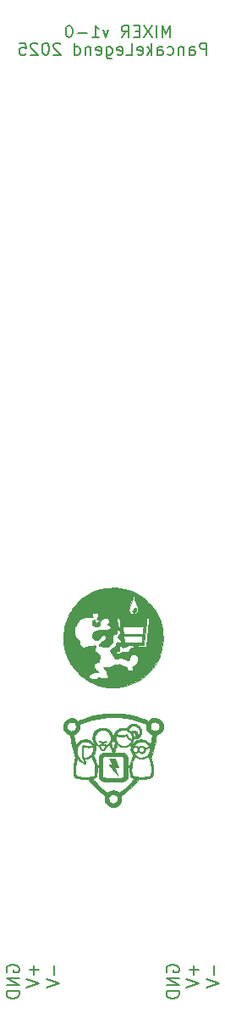
<source format=gbr>
%TF.GenerationSoftware,KiCad,Pcbnew,9.0.1*%
%TF.CreationDate,2025-06-14T10:14:47+10:00*%
%TF.ProjectId,Mixer,4d697865-722e-46b6-9963-61645f706362,1-0*%
%TF.SameCoordinates,Original*%
%TF.FileFunction,Legend,Bot*%
%TF.FilePolarity,Positive*%
%FSLAX46Y46*%
G04 Gerber Fmt 4.6, Leading zero omitted, Abs format (unit mm)*
G04 Created by KiCad (PCBNEW 9.0.1) date 2025-06-14 10:14:47*
%MOMM*%
%LPD*%
G01*
G04 APERTURE LIST*
%ADD10C,0.150000*%
%ADD11C,0.200000*%
%ADD12C,0.010000*%
G04 APERTURE END LIST*
D10*
X159342855Y-54547342D02*
X159342855Y-53347342D01*
X159342855Y-53347342D02*
X158885712Y-53347342D01*
X158885712Y-53347342D02*
X158771427Y-53404485D01*
X158771427Y-53404485D02*
X158714284Y-53461628D01*
X158714284Y-53461628D02*
X158657141Y-53575914D01*
X158657141Y-53575914D02*
X158657141Y-53747342D01*
X158657141Y-53747342D02*
X158714284Y-53861628D01*
X158714284Y-53861628D02*
X158771427Y-53918771D01*
X158771427Y-53918771D02*
X158885712Y-53975914D01*
X158885712Y-53975914D02*
X159342855Y-53975914D01*
X157628570Y-54547342D02*
X157628570Y-53918771D01*
X157628570Y-53918771D02*
X157685712Y-53804485D01*
X157685712Y-53804485D02*
X157799998Y-53747342D01*
X157799998Y-53747342D02*
X158028570Y-53747342D01*
X158028570Y-53747342D02*
X158142855Y-53804485D01*
X157628570Y-54490200D02*
X157742855Y-54547342D01*
X157742855Y-54547342D02*
X158028570Y-54547342D01*
X158028570Y-54547342D02*
X158142855Y-54490200D01*
X158142855Y-54490200D02*
X158199998Y-54375914D01*
X158199998Y-54375914D02*
X158199998Y-54261628D01*
X158199998Y-54261628D02*
X158142855Y-54147342D01*
X158142855Y-54147342D02*
X158028570Y-54090200D01*
X158028570Y-54090200D02*
X157742855Y-54090200D01*
X157742855Y-54090200D02*
X157628570Y-54033057D01*
X157057141Y-53747342D02*
X157057141Y-54547342D01*
X157057141Y-53861628D02*
X156999998Y-53804485D01*
X156999998Y-53804485D02*
X156885713Y-53747342D01*
X156885713Y-53747342D02*
X156714284Y-53747342D01*
X156714284Y-53747342D02*
X156599998Y-53804485D01*
X156599998Y-53804485D02*
X156542856Y-53918771D01*
X156542856Y-53918771D02*
X156542856Y-54547342D01*
X155457142Y-54490200D02*
X155571427Y-54547342D01*
X155571427Y-54547342D02*
X155799999Y-54547342D01*
X155799999Y-54547342D02*
X155914284Y-54490200D01*
X155914284Y-54490200D02*
X155971427Y-54433057D01*
X155971427Y-54433057D02*
X156028570Y-54318771D01*
X156028570Y-54318771D02*
X156028570Y-53975914D01*
X156028570Y-53975914D02*
X155971427Y-53861628D01*
X155971427Y-53861628D02*
X155914284Y-53804485D01*
X155914284Y-53804485D02*
X155799999Y-53747342D01*
X155799999Y-53747342D02*
X155571427Y-53747342D01*
X155571427Y-53747342D02*
X155457142Y-53804485D01*
X154428571Y-54547342D02*
X154428571Y-53918771D01*
X154428571Y-53918771D02*
X154485713Y-53804485D01*
X154485713Y-53804485D02*
X154599999Y-53747342D01*
X154599999Y-53747342D02*
X154828571Y-53747342D01*
X154828571Y-53747342D02*
X154942856Y-53804485D01*
X154428571Y-54490200D02*
X154542856Y-54547342D01*
X154542856Y-54547342D02*
X154828571Y-54547342D01*
X154828571Y-54547342D02*
X154942856Y-54490200D01*
X154942856Y-54490200D02*
X154999999Y-54375914D01*
X154999999Y-54375914D02*
X154999999Y-54261628D01*
X154999999Y-54261628D02*
X154942856Y-54147342D01*
X154942856Y-54147342D02*
X154828571Y-54090200D01*
X154828571Y-54090200D02*
X154542856Y-54090200D01*
X154542856Y-54090200D02*
X154428571Y-54033057D01*
X153857142Y-54547342D02*
X153857142Y-53347342D01*
X153742857Y-54090200D02*
X153399999Y-54547342D01*
X153399999Y-53747342D02*
X153857142Y-54204485D01*
X152428570Y-54490200D02*
X152542856Y-54547342D01*
X152542856Y-54547342D02*
X152771428Y-54547342D01*
X152771428Y-54547342D02*
X152885713Y-54490200D01*
X152885713Y-54490200D02*
X152942856Y-54375914D01*
X152942856Y-54375914D02*
X152942856Y-53918771D01*
X152942856Y-53918771D02*
X152885713Y-53804485D01*
X152885713Y-53804485D02*
X152771428Y-53747342D01*
X152771428Y-53747342D02*
X152542856Y-53747342D01*
X152542856Y-53747342D02*
X152428570Y-53804485D01*
X152428570Y-53804485D02*
X152371428Y-53918771D01*
X152371428Y-53918771D02*
X152371428Y-54033057D01*
X152371428Y-54033057D02*
X152942856Y-54147342D01*
X151285714Y-54547342D02*
X151857142Y-54547342D01*
X151857142Y-54547342D02*
X151857142Y-53347342D01*
X150428570Y-54490200D02*
X150542856Y-54547342D01*
X150542856Y-54547342D02*
X150771428Y-54547342D01*
X150771428Y-54547342D02*
X150885713Y-54490200D01*
X150885713Y-54490200D02*
X150942856Y-54375914D01*
X150942856Y-54375914D02*
X150942856Y-53918771D01*
X150942856Y-53918771D02*
X150885713Y-53804485D01*
X150885713Y-53804485D02*
X150771428Y-53747342D01*
X150771428Y-53747342D02*
X150542856Y-53747342D01*
X150542856Y-53747342D02*
X150428570Y-53804485D01*
X150428570Y-53804485D02*
X150371428Y-53918771D01*
X150371428Y-53918771D02*
X150371428Y-54033057D01*
X150371428Y-54033057D02*
X150942856Y-54147342D01*
X149342857Y-53747342D02*
X149342857Y-54718771D01*
X149342857Y-54718771D02*
X149399999Y-54833057D01*
X149399999Y-54833057D02*
X149457142Y-54890200D01*
X149457142Y-54890200D02*
X149571428Y-54947342D01*
X149571428Y-54947342D02*
X149742857Y-54947342D01*
X149742857Y-54947342D02*
X149857142Y-54890200D01*
X149342857Y-54490200D02*
X149457142Y-54547342D01*
X149457142Y-54547342D02*
X149685714Y-54547342D01*
X149685714Y-54547342D02*
X149799999Y-54490200D01*
X149799999Y-54490200D02*
X149857142Y-54433057D01*
X149857142Y-54433057D02*
X149914285Y-54318771D01*
X149914285Y-54318771D02*
X149914285Y-53975914D01*
X149914285Y-53975914D02*
X149857142Y-53861628D01*
X149857142Y-53861628D02*
X149799999Y-53804485D01*
X149799999Y-53804485D02*
X149685714Y-53747342D01*
X149685714Y-53747342D02*
X149457142Y-53747342D01*
X149457142Y-53747342D02*
X149342857Y-53804485D01*
X148314285Y-54490200D02*
X148428571Y-54547342D01*
X148428571Y-54547342D02*
X148657143Y-54547342D01*
X148657143Y-54547342D02*
X148771428Y-54490200D01*
X148771428Y-54490200D02*
X148828571Y-54375914D01*
X148828571Y-54375914D02*
X148828571Y-53918771D01*
X148828571Y-53918771D02*
X148771428Y-53804485D01*
X148771428Y-53804485D02*
X148657143Y-53747342D01*
X148657143Y-53747342D02*
X148428571Y-53747342D01*
X148428571Y-53747342D02*
X148314285Y-53804485D01*
X148314285Y-53804485D02*
X148257143Y-53918771D01*
X148257143Y-53918771D02*
X148257143Y-54033057D01*
X148257143Y-54033057D02*
X148828571Y-54147342D01*
X147742857Y-53747342D02*
X147742857Y-54547342D01*
X147742857Y-53861628D02*
X147685714Y-53804485D01*
X147685714Y-53804485D02*
X147571429Y-53747342D01*
X147571429Y-53747342D02*
X147400000Y-53747342D01*
X147400000Y-53747342D02*
X147285714Y-53804485D01*
X147285714Y-53804485D02*
X147228572Y-53918771D01*
X147228572Y-53918771D02*
X147228572Y-54547342D01*
X146142858Y-54547342D02*
X146142858Y-53347342D01*
X146142858Y-54490200D02*
X146257143Y-54547342D01*
X146257143Y-54547342D02*
X146485715Y-54547342D01*
X146485715Y-54547342D02*
X146600000Y-54490200D01*
X146600000Y-54490200D02*
X146657143Y-54433057D01*
X146657143Y-54433057D02*
X146714286Y-54318771D01*
X146714286Y-54318771D02*
X146714286Y-53975914D01*
X146714286Y-53975914D02*
X146657143Y-53861628D01*
X146657143Y-53861628D02*
X146600000Y-53804485D01*
X146600000Y-53804485D02*
X146485715Y-53747342D01*
X146485715Y-53747342D02*
X146257143Y-53747342D01*
X146257143Y-53747342D02*
X146142858Y-53804485D01*
X144714286Y-53461628D02*
X144657143Y-53404485D01*
X144657143Y-53404485D02*
X144542858Y-53347342D01*
X144542858Y-53347342D02*
X144257143Y-53347342D01*
X144257143Y-53347342D02*
X144142858Y-53404485D01*
X144142858Y-53404485D02*
X144085715Y-53461628D01*
X144085715Y-53461628D02*
X144028572Y-53575914D01*
X144028572Y-53575914D02*
X144028572Y-53690200D01*
X144028572Y-53690200D02*
X144085715Y-53861628D01*
X144085715Y-53861628D02*
X144771429Y-54547342D01*
X144771429Y-54547342D02*
X144028572Y-54547342D01*
X143285715Y-53347342D02*
X143171429Y-53347342D01*
X143171429Y-53347342D02*
X143057143Y-53404485D01*
X143057143Y-53404485D02*
X143000001Y-53461628D01*
X143000001Y-53461628D02*
X142942858Y-53575914D01*
X142942858Y-53575914D02*
X142885715Y-53804485D01*
X142885715Y-53804485D02*
X142885715Y-54090200D01*
X142885715Y-54090200D02*
X142942858Y-54318771D01*
X142942858Y-54318771D02*
X143000001Y-54433057D01*
X143000001Y-54433057D02*
X143057143Y-54490200D01*
X143057143Y-54490200D02*
X143171429Y-54547342D01*
X143171429Y-54547342D02*
X143285715Y-54547342D01*
X143285715Y-54547342D02*
X143400001Y-54490200D01*
X143400001Y-54490200D02*
X143457143Y-54433057D01*
X143457143Y-54433057D02*
X143514286Y-54318771D01*
X143514286Y-54318771D02*
X143571429Y-54090200D01*
X143571429Y-54090200D02*
X143571429Y-53804485D01*
X143571429Y-53804485D02*
X143514286Y-53575914D01*
X143514286Y-53575914D02*
X143457143Y-53461628D01*
X143457143Y-53461628D02*
X143400001Y-53404485D01*
X143400001Y-53404485D02*
X143285715Y-53347342D01*
X142428572Y-53461628D02*
X142371429Y-53404485D01*
X142371429Y-53404485D02*
X142257144Y-53347342D01*
X142257144Y-53347342D02*
X141971429Y-53347342D01*
X141971429Y-53347342D02*
X141857144Y-53404485D01*
X141857144Y-53404485D02*
X141800001Y-53461628D01*
X141800001Y-53461628D02*
X141742858Y-53575914D01*
X141742858Y-53575914D02*
X141742858Y-53690200D01*
X141742858Y-53690200D02*
X141800001Y-53861628D01*
X141800001Y-53861628D02*
X142485715Y-54547342D01*
X142485715Y-54547342D02*
X141742858Y-54547342D01*
X140657144Y-53347342D02*
X141228572Y-53347342D01*
X141228572Y-53347342D02*
X141285715Y-53918771D01*
X141285715Y-53918771D02*
X141228572Y-53861628D01*
X141228572Y-53861628D02*
X141114287Y-53804485D01*
X141114287Y-53804485D02*
X140828572Y-53804485D01*
X140828572Y-53804485D02*
X140714287Y-53861628D01*
X140714287Y-53861628D02*
X140657144Y-53918771D01*
X140657144Y-53918771D02*
X140600001Y-54033057D01*
X140600001Y-54033057D02*
X140600001Y-54318771D01*
X140600001Y-54318771D02*
X140657144Y-54433057D01*
X140657144Y-54433057D02*
X140714287Y-54490200D01*
X140714287Y-54490200D02*
X140828572Y-54547342D01*
X140828572Y-54547342D02*
X141114287Y-54547342D01*
X141114287Y-54547342D02*
X141228572Y-54490200D01*
X141228572Y-54490200D02*
X141285715Y-54433057D01*
X155699999Y-52797343D02*
X155699999Y-51597343D01*
X155699999Y-51597343D02*
X155299999Y-52454486D01*
X155299999Y-52454486D02*
X154899999Y-51597343D01*
X154899999Y-51597343D02*
X154899999Y-52797343D01*
X154328570Y-52797343D02*
X154328570Y-51597343D01*
X153871427Y-51597343D02*
X153071427Y-52797343D01*
X153071427Y-51597343D02*
X153871427Y-52797343D01*
X152614284Y-52168772D02*
X152214284Y-52168772D01*
X152042856Y-52797343D02*
X152614284Y-52797343D01*
X152614284Y-52797343D02*
X152614284Y-51597343D01*
X152614284Y-51597343D02*
X152042856Y-51597343D01*
X150842856Y-52797343D02*
X151242856Y-52225915D01*
X151528570Y-52797343D02*
X151528570Y-51597343D01*
X151528570Y-51597343D02*
X151071427Y-51597343D01*
X151071427Y-51597343D02*
X150957142Y-51654486D01*
X150957142Y-51654486D02*
X150899999Y-51711629D01*
X150899999Y-51711629D02*
X150842856Y-51825915D01*
X150842856Y-51825915D02*
X150842856Y-51997343D01*
X150842856Y-51997343D02*
X150899999Y-52111629D01*
X150899999Y-52111629D02*
X150957142Y-52168772D01*
X150957142Y-52168772D02*
X151071427Y-52225915D01*
X151071427Y-52225915D02*
X151528570Y-52225915D01*
X149528570Y-51997343D02*
X149242856Y-52797343D01*
X149242856Y-52797343D02*
X148957141Y-51997343D01*
X147871427Y-52797343D02*
X148557141Y-52797343D01*
X148214284Y-52797343D02*
X148214284Y-51597343D01*
X148214284Y-51597343D02*
X148328570Y-51768772D01*
X148328570Y-51768772D02*
X148442855Y-51883058D01*
X148442855Y-51883058D02*
X148557141Y-51940201D01*
X147357141Y-52340201D02*
X146442856Y-52340201D01*
X145642856Y-51597343D02*
X145528570Y-51597343D01*
X145528570Y-51597343D02*
X145414284Y-51654486D01*
X145414284Y-51654486D02*
X145357142Y-51711629D01*
X145357142Y-51711629D02*
X145299999Y-51825915D01*
X145299999Y-51825915D02*
X145242856Y-52054486D01*
X145242856Y-52054486D02*
X145242856Y-52340201D01*
X145242856Y-52340201D02*
X145299999Y-52568772D01*
X145299999Y-52568772D02*
X145357142Y-52683058D01*
X145357142Y-52683058D02*
X145414284Y-52740201D01*
X145414284Y-52740201D02*
X145528570Y-52797343D01*
X145528570Y-52797343D02*
X145642856Y-52797343D01*
X145642856Y-52797343D02*
X145757142Y-52740201D01*
X145757142Y-52740201D02*
X145814284Y-52683058D01*
X145814284Y-52683058D02*
X145871427Y-52568772D01*
X145871427Y-52568772D02*
X145928570Y-52340201D01*
X145928570Y-52340201D02*
X145928570Y-52054486D01*
X145928570Y-52054486D02*
X145871427Y-51825915D01*
X145871427Y-51825915D02*
X145814284Y-51711629D01*
X145814284Y-51711629D02*
X145757142Y-51654486D01*
X145757142Y-51654486D02*
X145642856Y-51597343D01*
D11*
X142093316Y-145483958D02*
X142093316Y-146451578D01*
X142577126Y-145967768D02*
X141609507Y-145967768D01*
X141307126Y-146874911D02*
X142577126Y-147298244D01*
X142577126Y-147298244D02*
X141307126Y-147721578D01*
X144093316Y-145483958D02*
X144093316Y-146451578D01*
X143307126Y-146874911D02*
X144577126Y-147298244D01*
X144577126Y-147298244D02*
X143307126Y-147721578D01*
X139367602Y-146149197D02*
X139307126Y-146028244D01*
X139307126Y-146028244D02*
X139307126Y-145846816D01*
X139307126Y-145846816D02*
X139367602Y-145665387D01*
X139367602Y-145665387D02*
X139488554Y-145544435D01*
X139488554Y-145544435D02*
X139609507Y-145483958D01*
X139609507Y-145483958D02*
X139851411Y-145423482D01*
X139851411Y-145423482D02*
X140032840Y-145423482D01*
X140032840Y-145423482D02*
X140274745Y-145483958D01*
X140274745Y-145483958D02*
X140395697Y-145544435D01*
X140395697Y-145544435D02*
X140516650Y-145665387D01*
X140516650Y-145665387D02*
X140577126Y-145846816D01*
X140577126Y-145846816D02*
X140577126Y-145967768D01*
X140577126Y-145967768D02*
X140516650Y-146149197D01*
X140516650Y-146149197D02*
X140456173Y-146209673D01*
X140456173Y-146209673D02*
X140032840Y-146209673D01*
X140032840Y-146209673D02*
X140032840Y-145967768D01*
X140577126Y-146753958D02*
X139307126Y-146753958D01*
X139307126Y-146753958D02*
X140577126Y-147479673D01*
X140577126Y-147479673D02*
X139307126Y-147479673D01*
X140577126Y-148084434D02*
X139307126Y-148084434D01*
X139307126Y-148084434D02*
X139307126Y-148386815D01*
X139307126Y-148386815D02*
X139367602Y-148568244D01*
X139367602Y-148568244D02*
X139488554Y-148689196D01*
X139488554Y-148689196D02*
X139609507Y-148749673D01*
X139609507Y-148749673D02*
X139851411Y-148810149D01*
X139851411Y-148810149D02*
X140032840Y-148810149D01*
X140032840Y-148810149D02*
X140274745Y-148749673D01*
X140274745Y-148749673D02*
X140395697Y-148689196D01*
X140395697Y-148689196D02*
X140516650Y-148568244D01*
X140516650Y-148568244D02*
X140577126Y-148386815D01*
X140577126Y-148386815D02*
X140577126Y-148084434D01*
X155367602Y-146149197D02*
X155307126Y-146028244D01*
X155307126Y-146028244D02*
X155307126Y-145846816D01*
X155307126Y-145846816D02*
X155367602Y-145665387D01*
X155367602Y-145665387D02*
X155488554Y-145544435D01*
X155488554Y-145544435D02*
X155609507Y-145483958D01*
X155609507Y-145483958D02*
X155851411Y-145423482D01*
X155851411Y-145423482D02*
X156032840Y-145423482D01*
X156032840Y-145423482D02*
X156274745Y-145483958D01*
X156274745Y-145483958D02*
X156395697Y-145544435D01*
X156395697Y-145544435D02*
X156516650Y-145665387D01*
X156516650Y-145665387D02*
X156577126Y-145846816D01*
X156577126Y-145846816D02*
X156577126Y-145967768D01*
X156577126Y-145967768D02*
X156516650Y-146149197D01*
X156516650Y-146149197D02*
X156456173Y-146209673D01*
X156456173Y-146209673D02*
X156032840Y-146209673D01*
X156032840Y-146209673D02*
X156032840Y-145967768D01*
X156577126Y-146753958D02*
X155307126Y-146753958D01*
X155307126Y-146753958D02*
X156577126Y-147479673D01*
X156577126Y-147479673D02*
X155307126Y-147479673D01*
X156577126Y-148084434D02*
X155307126Y-148084434D01*
X155307126Y-148084434D02*
X155307126Y-148386815D01*
X155307126Y-148386815D02*
X155367602Y-148568244D01*
X155367602Y-148568244D02*
X155488554Y-148689196D01*
X155488554Y-148689196D02*
X155609507Y-148749673D01*
X155609507Y-148749673D02*
X155851411Y-148810149D01*
X155851411Y-148810149D02*
X156032840Y-148810149D01*
X156032840Y-148810149D02*
X156274745Y-148749673D01*
X156274745Y-148749673D02*
X156395697Y-148689196D01*
X156395697Y-148689196D02*
X156516650Y-148568244D01*
X156516650Y-148568244D02*
X156577126Y-148386815D01*
X156577126Y-148386815D02*
X156577126Y-148084434D01*
X160093316Y-145483958D02*
X160093316Y-146451578D01*
X159307126Y-146874911D02*
X160577126Y-147298244D01*
X160577126Y-147298244D02*
X159307126Y-147721578D01*
X158093316Y-145483958D02*
X158093316Y-146451578D01*
X158577126Y-145967768D02*
X157609507Y-145967768D01*
X157307126Y-146874911D02*
X158577126Y-147298244D01*
X158577126Y-147298244D02*
X157307126Y-147721578D01*
D12*
%TO.C,Ref\u002A\u002A*%
X149286870Y-123081954D02*
X149301500Y-123115623D01*
X149295914Y-123135945D01*
X149257551Y-123176409D01*
X149189674Y-123214775D01*
X149100417Y-123245779D01*
X149031926Y-123256333D01*
X148939415Y-123255459D01*
X148842977Y-123242445D01*
X148751865Y-123219687D01*
X148675330Y-123189582D01*
X148622625Y-123154527D01*
X148603000Y-123116919D01*
X148603957Y-123105227D01*
X148625483Y-123078052D01*
X148676487Y-123078208D01*
X148758485Y-123105583D01*
X148790633Y-123116180D01*
X148869449Y-123131367D01*
X148952250Y-123137333D01*
X148995937Y-123135504D01*
X149079672Y-123124055D01*
X149146015Y-123105583D01*
X149166722Y-123097264D01*
X149242290Y-123075857D01*
X149286870Y-123081954D01*
G36*
X149286870Y-123081954D02*
G01*
X149301500Y-123115623D01*
X149295914Y-123135945D01*
X149257551Y-123176409D01*
X149189674Y-123214775D01*
X149100417Y-123245779D01*
X149031926Y-123256333D01*
X148939415Y-123255459D01*
X148842977Y-123242445D01*
X148751865Y-123219687D01*
X148675330Y-123189582D01*
X148622625Y-123154527D01*
X148603000Y-123116919D01*
X148603957Y-123105227D01*
X148625483Y-123078052D01*
X148676487Y-123078208D01*
X148758485Y-123105583D01*
X148790633Y-123116180D01*
X148869449Y-123131367D01*
X148952250Y-123137333D01*
X148995937Y-123135504D01*
X149079672Y-123124055D01*
X149146015Y-123105583D01*
X149166722Y-123097264D01*
X149242290Y-123075857D01*
X149286870Y-123081954D01*
G37*
X149875246Y-124835344D02*
X150152658Y-124841250D01*
X150317613Y-125254000D01*
X150482567Y-125666750D01*
X150286575Y-125677333D01*
X150090583Y-125687917D01*
X150248422Y-126016000D01*
X150285523Y-126093336D01*
X150339288Y-126206162D01*
X150386972Y-126307085D01*
X150424454Y-126387373D01*
X150447615Y-126438289D01*
X150468198Y-126485748D01*
X150478356Y-126514531D01*
X150471378Y-126515500D01*
X150447223Y-126494714D01*
X150443609Y-126491263D01*
X150412765Y-126458472D01*
X150360719Y-126400612D01*
X150291565Y-126322426D01*
X150209393Y-126228656D01*
X150118298Y-126124044D01*
X150022369Y-126013331D01*
X149925701Y-125901259D01*
X149832385Y-125792570D01*
X149746513Y-125692006D01*
X149672177Y-125604308D01*
X149613470Y-125534220D01*
X149574483Y-125486482D01*
X149559310Y-125465836D01*
X149561281Y-125462005D01*
X149591960Y-125452714D01*
X149652033Y-125444938D01*
X149732259Y-125440054D01*
X149911981Y-125433917D01*
X149754907Y-125153477D01*
X149726866Y-125103063D01*
X149675852Y-125009349D01*
X149634925Y-124931490D01*
X149607710Y-124876462D01*
X149597833Y-124851238D01*
X149608729Y-124843976D01*
X149658924Y-124837186D01*
X149748334Y-124834276D01*
X149875246Y-124835344D01*
G36*
X149875246Y-124835344D02*
G01*
X150152658Y-124841250D01*
X150317613Y-125254000D01*
X150482567Y-125666750D01*
X150286575Y-125677333D01*
X150090583Y-125687917D01*
X150248422Y-126016000D01*
X150285523Y-126093336D01*
X150339288Y-126206162D01*
X150386972Y-126307085D01*
X150424454Y-126387373D01*
X150447615Y-126438289D01*
X150468198Y-126485748D01*
X150478356Y-126514531D01*
X150471378Y-126515500D01*
X150447223Y-126494714D01*
X150443609Y-126491263D01*
X150412765Y-126458472D01*
X150360719Y-126400612D01*
X150291565Y-126322426D01*
X150209393Y-126228656D01*
X150118298Y-126124044D01*
X150022369Y-126013331D01*
X149925701Y-125901259D01*
X149832385Y-125792570D01*
X149746513Y-125692006D01*
X149672177Y-125604308D01*
X149613470Y-125534220D01*
X149574483Y-125486482D01*
X149559310Y-125465836D01*
X149561281Y-125462005D01*
X149591960Y-125452714D01*
X149652033Y-125444938D01*
X149732259Y-125440054D01*
X149911981Y-125433917D01*
X149754907Y-125153477D01*
X149726866Y-125103063D01*
X149675852Y-125009349D01*
X149634925Y-124931490D01*
X149607710Y-124876462D01*
X149597833Y-124851238D01*
X149608729Y-124843976D01*
X149658924Y-124837186D01*
X149748334Y-124834276D01*
X149875246Y-124835344D01*
G37*
X154984737Y-121641985D02*
X154983501Y-121742784D01*
X154978763Y-121815197D01*
X154968421Y-121871359D01*
X154950376Y-121923408D01*
X154922528Y-121983480D01*
X154888865Y-122043091D01*
X154825170Y-122134561D01*
X154758694Y-122211822D01*
X154738973Y-122230408D01*
X154665209Y-122288475D01*
X154578686Y-122344704D01*
X154490693Y-122392740D01*
X154412517Y-122426228D01*
X154355445Y-122438816D01*
X154337573Y-122441987D01*
X154320973Y-122458540D01*
X154318685Y-122465262D01*
X154308297Y-122495786D01*
X154297291Y-122560906D01*
X154285701Y-122661083D01*
X154265591Y-122824233D01*
X154218115Y-123114609D01*
X154154613Y-123425321D01*
X154110275Y-123609618D01*
X154077509Y-123745816D01*
X154024256Y-123938678D01*
X153989227Y-124065543D01*
X153892191Y-124373950D01*
X153891660Y-124375530D01*
X153852145Y-124496409D01*
X153818767Y-124604847D01*
X153793479Y-124693963D01*
X153778236Y-124756874D01*
X153774992Y-124786700D01*
X153778206Y-124796656D01*
X153794180Y-124844138D01*
X153818661Y-124915674D01*
X153847805Y-125000000D01*
X153893065Y-125141226D01*
X153937519Y-125319979D01*
X153966870Y-125503041D01*
X153982967Y-125702722D01*
X153987224Y-125910167D01*
X153987658Y-125931333D01*
X153983058Y-126152896D01*
X153969159Y-126345101D01*
X153945861Y-126497957D01*
X153913052Y-126612473D01*
X153892505Y-126647213D01*
X153849865Y-126683502D01*
X153781986Y-126717338D01*
X153683294Y-126751410D01*
X153548215Y-126788404D01*
X153466014Y-126808384D01*
X153452854Y-126810931D01*
X153234367Y-126853218D01*
X153010788Y-126876981D01*
X152775313Y-126882093D01*
X152534377Y-126878785D01*
X152356374Y-127093832D01*
X152133399Y-127349601D01*
X151863951Y-127630949D01*
X151577840Y-127904540D01*
X151286032Y-128159928D01*
X150999492Y-128386667D01*
X150951333Y-128422752D01*
X150877832Y-128479626D01*
X150831153Y-128520158D01*
X150806164Y-128549810D01*
X150797734Y-128574047D01*
X150800734Y-128598333D01*
X150804331Y-128618816D01*
X150809676Y-128681092D01*
X150813261Y-128766526D01*
X150814298Y-128850199D01*
X150814455Y-128862917D01*
X150813816Y-128933436D01*
X150809897Y-129016123D01*
X150800277Y-129078685D01*
X150782531Y-129134587D01*
X150754234Y-129197296D01*
X150725158Y-129251155D01*
X150619431Y-129391996D01*
X150485608Y-129510928D01*
X150332363Y-129601160D01*
X150168375Y-129655900D01*
X150005036Y-129672143D01*
X149831279Y-129652192D01*
X149665723Y-129596816D01*
X149514362Y-129509531D01*
X149383190Y-129393852D01*
X149278204Y-129253291D01*
X149205399Y-129091365D01*
X149191309Y-129024767D01*
X149181855Y-128930995D01*
X149179285Y-128860191D01*
X149536316Y-128860191D01*
X149554529Y-128974941D01*
X149602516Y-129083367D01*
X149681713Y-129179366D01*
X149793557Y-129256834D01*
X149920664Y-129301606D01*
X150052194Y-129306950D01*
X150179398Y-129271486D01*
X150297338Y-129195812D01*
X150307941Y-129186493D01*
X150395050Y-129083460D01*
X150446547Y-128969292D01*
X150464695Y-128850199D01*
X150451758Y-128732390D01*
X150409998Y-128622076D01*
X150341679Y-128525467D01*
X150249065Y-128448771D01*
X150134417Y-128398200D01*
X150000000Y-128379963D01*
X149971804Y-128380694D01*
X149841554Y-128405210D01*
X149732456Y-128460025D01*
X149645946Y-128539034D01*
X149583461Y-128636134D01*
X149546439Y-128745221D01*
X149536316Y-128860191D01*
X149179285Y-128860191D01*
X149178047Y-128826091D01*
X149179987Y-128723313D01*
X149187775Y-128635919D01*
X149201510Y-128577167D01*
X149201766Y-128576499D01*
X149194672Y-128552518D01*
X149159559Y-128513523D01*
X149093810Y-128457024D01*
X148994808Y-128380531D01*
X148924496Y-128327077D01*
X148587411Y-128050752D01*
X148254035Y-127745631D01*
X147935187Y-127422032D01*
X147641685Y-127090271D01*
X147465433Y-126878935D01*
X147214008Y-126881775D01*
X147131219Y-126881427D01*
X146956941Y-126873095D01*
X146783685Y-126855590D01*
X146617353Y-126830229D01*
X146537599Y-126813658D01*
X147906766Y-126813658D01*
X147908042Y-126818505D01*
X147928760Y-126848372D01*
X147969069Y-126898863D01*
X148023183Y-126962577D01*
X148198706Y-127157752D01*
X148517604Y-127483695D01*
X148848065Y-127787645D01*
X149179867Y-128059903D01*
X149411908Y-128238434D01*
X149492605Y-128174521D01*
X149562450Y-128124080D01*
X149680160Y-128063076D01*
X149811077Y-128026789D01*
X149968250Y-128010727D01*
X150037976Y-128008658D01*
X150129677Y-128011323D01*
X150205792Y-128023190D01*
X150282717Y-128046106D01*
X150333506Y-128066373D01*
X150427422Y-128112759D01*
X150507663Y-128162153D01*
X150608642Y-128234700D01*
X150838779Y-128056008D01*
X151083667Y-127856869D01*
X151361098Y-127611496D01*
X151628751Y-127354812D01*
X151871904Y-127100435D01*
X152134993Y-126810931D01*
X151963833Y-126755317D01*
X151902200Y-126734266D01*
X151822804Y-126699919D01*
X151771002Y-126662025D01*
X151737946Y-126613140D01*
X151714786Y-126545821D01*
X151707606Y-126516228D01*
X151688192Y-126406586D01*
X151671965Y-126272592D01*
X151660102Y-126127613D01*
X151653781Y-125985016D01*
X151654160Y-125864467D01*
X151832189Y-125864467D01*
X151834700Y-126072968D01*
X151851031Y-126277805D01*
X151880232Y-126460500D01*
X151883159Y-126472830D01*
X151896709Y-126506244D01*
X151921459Y-126533214D01*
X151963498Y-126556547D01*
X152028917Y-126579046D01*
X152123804Y-126603517D01*
X152254250Y-126632765D01*
X152349139Y-126650072D01*
X152520587Y-126670341D01*
X152708112Y-126682057D01*
X152897428Y-126684794D01*
X153074246Y-126678127D01*
X153224279Y-126661632D01*
X153330666Y-126642454D01*
X153450730Y-126617026D01*
X153560591Y-126590102D01*
X153649696Y-126564289D01*
X153707494Y-126542196D01*
X153727398Y-126520795D01*
X153751327Y-126458210D01*
X153770830Y-126361301D01*
X153785267Y-126234622D01*
X153793998Y-126082726D01*
X153796382Y-125910167D01*
X153795611Y-125848789D01*
X153783982Y-125629093D01*
X153756545Y-125426351D01*
X153710575Y-125228113D01*
X153643342Y-125021934D01*
X153552121Y-124795363D01*
X153468249Y-124601310D01*
X153349270Y-124684656D01*
X153185436Y-124775516D01*
X153004758Y-124831538D01*
X152817210Y-124850508D01*
X152629623Y-124832422D01*
X152448830Y-124777278D01*
X152281661Y-124685074D01*
X152163279Y-124602147D01*
X152098929Y-124742865D01*
X152069531Y-124808479D01*
X151981127Y-125030337D01*
X151916517Y-125242437D01*
X151871342Y-125461003D01*
X151841245Y-125702261D01*
X151832189Y-125864467D01*
X151654160Y-125864467D01*
X151654180Y-125858166D01*
X151654805Y-125840745D01*
X151657316Y-125752881D01*
X151656351Y-125698778D01*
X151650574Y-125671068D01*
X151638652Y-125662384D01*
X151619250Y-125665360D01*
X151580599Y-125672497D01*
X151520050Y-125677044D01*
X151463183Y-125677333D01*
X151456550Y-126201208D01*
X151454348Y-126359788D01*
X151451837Y-126488274D01*
X151448610Y-126585757D01*
X151444170Y-126658006D01*
X151438026Y-126710788D01*
X151429682Y-126749873D01*
X151418644Y-126781030D01*
X151404420Y-126810027D01*
X151384552Y-126844505D01*
X151284010Y-126967593D01*
X151153861Y-127060586D01*
X151140724Y-127067436D01*
X151119593Y-127076857D01*
X151094737Y-127084658D01*
X151062293Y-127091022D01*
X151018403Y-127096132D01*
X150959204Y-127100171D01*
X150880837Y-127103322D01*
X150779441Y-127105768D01*
X150651154Y-127107692D01*
X150492117Y-127109278D01*
X150298468Y-127110708D01*
X150066347Y-127112166D01*
X149974195Y-127112714D01*
X149738739Y-127113864D01*
X149540467Y-127114120D01*
X149375566Y-127113113D01*
X149240225Y-127110477D01*
X149130633Y-127105843D01*
X149042978Y-127098844D01*
X148973450Y-127089112D01*
X148918237Y-127076280D01*
X148873528Y-127059981D01*
X148835512Y-127039847D01*
X148800376Y-127015509D01*
X148764311Y-126986602D01*
X148736155Y-126959963D01*
X148677721Y-126887889D01*
X148632226Y-126811250D01*
X148630809Y-126808200D01*
X148615311Y-126772841D01*
X148603511Y-126738209D01*
X148594903Y-126698153D01*
X148588982Y-126646521D01*
X148585241Y-126577162D01*
X148583175Y-126483925D01*
X148582277Y-126360657D01*
X148582040Y-126201208D01*
X148581718Y-126106641D01*
X148580242Y-125975137D01*
X148577742Y-125862650D01*
X148574404Y-125775008D01*
X148570414Y-125718041D01*
X148565958Y-125697578D01*
X148559631Y-125696865D01*
X148519991Y-125690361D01*
X148461624Y-125679528D01*
X148373165Y-125662399D01*
X148372508Y-125950324D01*
X148370415Y-126065251D01*
X148370241Y-126074845D01*
X148360353Y-126243356D01*
X148343458Y-126392479D01*
X148320455Y-126516512D01*
X148292240Y-126609753D01*
X148259713Y-126666501D01*
X148258836Y-126667415D01*
X148215150Y-126697814D01*
X148145624Y-126731446D01*
X148064896Y-126761197D01*
X148053780Y-126764677D01*
X147982153Y-126787536D01*
X147929580Y-126805047D01*
X147906766Y-126813658D01*
X146537599Y-126813658D01*
X146463847Y-126798334D01*
X146329067Y-126761224D01*
X146218916Y-126720219D01*
X146139295Y-126676638D01*
X146096105Y-126631800D01*
X146071321Y-126566725D01*
X146045797Y-126450952D01*
X146027018Y-126301597D01*
X146015535Y-126123312D01*
X146011899Y-125920750D01*
X146012009Y-125901091D01*
X146193801Y-125901091D01*
X146194408Y-125999156D01*
X146202084Y-126105937D01*
X146217155Y-126237887D01*
X146217291Y-126238968D01*
X146235002Y-126366089D01*
X146251625Y-126455309D01*
X146268154Y-126510977D01*
X146285584Y-126537444D01*
X146291096Y-126540913D01*
X146338781Y-126560241D01*
X146416497Y-126583704D01*
X146514640Y-126608953D01*
X146623605Y-126633639D01*
X146733787Y-126655414D01*
X146835583Y-126671929D01*
X146979215Y-126686038D01*
X147209959Y-126690164D01*
X147452326Y-126675722D01*
X147691195Y-126643789D01*
X147911446Y-126595437D01*
X147953882Y-126583800D01*
X148029865Y-126560376D01*
X148077223Y-126536074D01*
X148104510Y-126502247D01*
X148120283Y-126450247D01*
X148133099Y-126371427D01*
X148164695Y-126065251D01*
X148163788Y-125752813D01*
X148126084Y-125448386D01*
X148050617Y-125144401D01*
X147936417Y-124833289D01*
X147838366Y-124600995D01*
X147719162Y-124684498D01*
X147703212Y-124695381D01*
X147544281Y-124779039D01*
X147369470Y-124832819D01*
X147194126Y-124851833D01*
X147059711Y-124851833D01*
X147091206Y-124941098D01*
X147099856Y-124964002D01*
X147135906Y-125045075D01*
X147176300Y-125121823D01*
X147179905Y-125128062D01*
X147216692Y-125214530D01*
X147216886Y-125280353D01*
X147180480Y-125325221D01*
X147175576Y-125327912D01*
X147121511Y-125333181D01*
X147045398Y-125312702D01*
X146953770Y-125270663D01*
X146853157Y-125211249D01*
X146750091Y-125138647D01*
X146651104Y-125057045D01*
X146562727Y-124970628D01*
X146491491Y-124883583D01*
X146446808Y-124820083D01*
X146390156Y-124947083D01*
X146378576Y-124974002D01*
X146322856Y-125131548D01*
X146273720Y-125316495D01*
X146234103Y-125516476D01*
X146206940Y-125719124D01*
X146199941Y-125795288D01*
X146193801Y-125901091D01*
X146012009Y-125901091D01*
X146012160Y-125874270D01*
X146018099Y-125677901D01*
X146033556Y-125505226D01*
X146060891Y-125341320D01*
X146102464Y-125171261D01*
X146160635Y-124980125D01*
X146235394Y-124750425D01*
X146117760Y-124404254D01*
X146028616Y-124125034D01*
X146019318Y-124092115D01*
X146346386Y-124092115D01*
X146360421Y-124254212D01*
X146394599Y-124419750D01*
X146445865Y-124570433D01*
X146450301Y-124580545D01*
X146514541Y-124699212D01*
X146599862Y-124822633D01*
X146694916Y-124935791D01*
X146788353Y-125023667D01*
X146845256Y-125065416D01*
X146913682Y-125110334D01*
X146982139Y-125151278D01*
X147041875Y-125183281D01*
X147084135Y-125201376D01*
X147100167Y-125200596D01*
X147099080Y-125195727D01*
X147085140Y-125161817D01*
X147060275Y-125110282D01*
X147053880Y-125097028D01*
X147025999Y-125031010D01*
X146993097Y-124944217D01*
X146961005Y-124851833D01*
X146954635Y-124832432D01*
X146937609Y-124777877D01*
X146924528Y-124727592D01*
X146914757Y-124674920D01*
X146907659Y-124613203D01*
X146902599Y-124535785D01*
X146898941Y-124436008D01*
X146896049Y-124307216D01*
X146893287Y-124142750D01*
X146891885Y-124053810D01*
X146972877Y-124053810D01*
X146973428Y-124180839D01*
X146976006Y-124305436D01*
X146980633Y-124419991D01*
X146987326Y-124516888D01*
X146996107Y-124588517D01*
X146996537Y-124590980D01*
X147010606Y-124662405D01*
X147025496Y-124702815D01*
X147047627Y-124722844D01*
X147083420Y-124733125D01*
X147178749Y-124742326D01*
X147320800Y-124729655D01*
X147465962Y-124691081D01*
X147599544Y-124629553D01*
X147719344Y-124541886D01*
X147744126Y-124514535D01*
X148019018Y-124514535D01*
X148088441Y-124656726D01*
X148109680Y-124702073D01*
X148170121Y-124848593D01*
X148228095Y-125011674D01*
X148277544Y-125173476D01*
X148312409Y-125316160D01*
X148324239Y-125370631D01*
X148341199Y-125424099D01*
X148361987Y-125452535D01*
X148392016Y-125466139D01*
X148446577Y-125479243D01*
X148513042Y-125493409D01*
X148581833Y-125506942D01*
X148581833Y-125083457D01*
X148581994Y-124996758D01*
X148583699Y-124855154D01*
X148588261Y-124745582D01*
X148592933Y-124699926D01*
X148931083Y-124699926D01*
X148931083Y-126675907D01*
X148981053Y-126716370D01*
X148982692Y-126717681D01*
X148996464Y-126726990D01*
X149014582Y-126734697D01*
X149040844Y-126740952D01*
X149079050Y-126745906D01*
X149132998Y-126749710D01*
X149206487Y-126752515D01*
X149303315Y-126754472D01*
X149427282Y-126755731D01*
X149582186Y-126756444D01*
X149771826Y-126756761D01*
X150000000Y-126756833D01*
X150031404Y-126756832D01*
X150254448Y-126756737D01*
X150439442Y-126756378D01*
X150590186Y-126755604D01*
X150710477Y-126754264D01*
X150804115Y-126752208D01*
X150874898Y-126749283D01*
X150926625Y-126745341D01*
X150963094Y-126740229D01*
X150988105Y-126733797D01*
X151005457Y-126725895D01*
X151018947Y-126716370D01*
X151068917Y-126675907D01*
X151068917Y-124699926D01*
X151018947Y-124659463D01*
X151017308Y-124658152D01*
X151003536Y-124648843D01*
X150985419Y-124641136D01*
X150959156Y-124634881D01*
X150920951Y-124629927D01*
X150867003Y-124626123D01*
X150793514Y-124623318D01*
X150696685Y-124621361D01*
X150572718Y-124620102D01*
X150417814Y-124619389D01*
X150228174Y-124619072D01*
X150000000Y-124619000D01*
X149968596Y-124619001D01*
X149745552Y-124619096D01*
X149560558Y-124619455D01*
X149409815Y-124620229D01*
X149289524Y-124621569D01*
X149195886Y-124623625D01*
X149125103Y-124626550D01*
X149073376Y-124630492D01*
X149036906Y-124635604D01*
X149011895Y-124642036D01*
X148994544Y-124649938D01*
X148981053Y-124659463D01*
X148931083Y-124699926D01*
X148592933Y-124699926D01*
X148596893Y-124661227D01*
X148610806Y-124595274D01*
X148631213Y-124540909D01*
X148659327Y-124491316D01*
X148696360Y-124439680D01*
X148725548Y-124408556D01*
X148788396Y-124357454D01*
X148859747Y-124311649D01*
X148973417Y-124248800D01*
X149433792Y-124241327D01*
X149491608Y-124240288D01*
X149620327Y-124237203D01*
X149731018Y-124233479D01*
X149817606Y-124229384D01*
X149874014Y-124225184D01*
X149894167Y-124221144D01*
X149893842Y-124219201D01*
X150127000Y-124219201D01*
X150127134Y-124221144D01*
X150127542Y-124227097D01*
X150133322Y-124238421D01*
X150149773Y-124246722D01*
X150182173Y-124252471D01*
X150235797Y-124256139D01*
X150315924Y-124258198D01*
X150427830Y-124259119D01*
X150576792Y-124259373D01*
X150664794Y-124259469D01*
X150794392Y-124260145D01*
X150891983Y-124261982D01*
X150964213Y-124265582D01*
X151017726Y-124271543D01*
X151059168Y-124280469D01*
X151095183Y-124292958D01*
X151132417Y-124309613D01*
X151225114Y-124362965D01*
X151322468Y-124454638D01*
X151395288Y-124576667D01*
X151406948Y-124604422D01*
X151418987Y-124642751D01*
X151427558Y-124688921D01*
X151428586Y-124699926D01*
X151433246Y-124749828D01*
X151436637Y-124832371D01*
X151438316Y-124943449D01*
X151438869Y-125089958D01*
X151439237Y-125192011D01*
X151440888Y-125316975D01*
X151444095Y-125406597D01*
X151449132Y-125465110D01*
X151456273Y-125496745D01*
X151465792Y-125505733D01*
X151474549Y-125504633D01*
X151520456Y-125496350D01*
X151582113Y-125483340D01*
X151631410Y-125469459D01*
X151667815Y-125445560D01*
X151684448Y-125406231D01*
X151689616Y-125382891D01*
X151764135Y-125094190D01*
X151850948Y-124837229D01*
X151948450Y-124616811D01*
X151990851Y-124533699D01*
X151871516Y-124288275D01*
X151856541Y-124256504D01*
X152070367Y-124256504D01*
X152109392Y-124325907D01*
X152124790Y-124351750D01*
X152225852Y-124477522D01*
X152293222Y-124533699D01*
X152356083Y-124586117D01*
X152505158Y-124670142D01*
X152662750Y-124722200D01*
X152698569Y-124729369D01*
X152808520Y-124742791D01*
X152910195Y-124737235D01*
X153026320Y-124712068D01*
X153178684Y-124654478D01*
X153331416Y-124555484D01*
X153460355Y-124423032D01*
X153562470Y-124259679D01*
X153573780Y-124236429D01*
X153603607Y-124167493D01*
X153620606Y-124105918D01*
X153628259Y-124035160D01*
X153630050Y-123938678D01*
X153629842Y-123903579D01*
X153627655Y-123825118D01*
X153623590Y-123768078D01*
X153618276Y-123742914D01*
X153605382Y-123742471D01*
X153559054Y-123752036D01*
X153488028Y-123771536D01*
X153401317Y-123798654D01*
X153196167Y-123866229D01*
X153196167Y-123923961D01*
X153196167Y-123939598D01*
X153195571Y-123960422D01*
X153170966Y-124070056D01*
X153115581Y-124161627D01*
X153036743Y-124232423D01*
X152941774Y-124279732D01*
X152837999Y-124300845D01*
X152732743Y-124293048D01*
X152633330Y-124253631D01*
X152547085Y-124179882D01*
X152501253Y-124125386D01*
X152436498Y-124179874D01*
X152354228Y-124234016D01*
X152247969Y-124269818D01*
X152145054Y-124270516D01*
X152070367Y-124256504D01*
X151856541Y-124256504D01*
X151818186Y-124175128D01*
X151774664Y-124069926D01*
X151749500Y-123985101D01*
X151741752Y-123918787D01*
X151947333Y-123918787D01*
X151949910Y-123961632D01*
X151969515Y-124019288D01*
X152016125Y-124078055D01*
X152098536Y-124141466D01*
X152186263Y-124164037D01*
X152277212Y-124144667D01*
X152288656Y-124139343D01*
X152367783Y-124081170D01*
X152417787Y-124004283D01*
X152431681Y-123939999D01*
X152559746Y-123939999D01*
X152584392Y-124032389D01*
X152639989Y-124111347D01*
X152722791Y-124166481D01*
X152751341Y-124177958D01*
X152807356Y-124192958D01*
X152856291Y-124186788D01*
X152919496Y-124158592D01*
X152998944Y-124103422D01*
X153055095Y-124022467D01*
X153073037Y-123923961D01*
X153068550Y-123877437D01*
X153035187Y-123790340D01*
X152976301Y-123724846D01*
X152900199Y-123683130D01*
X152815191Y-123667365D01*
X152729583Y-123679725D01*
X152651684Y-123722384D01*
X152589802Y-123797516D01*
X152569797Y-123844571D01*
X152562063Y-123917997D01*
X152559746Y-123939999D01*
X152431681Y-123939999D01*
X152436436Y-123917997D01*
X152421496Y-123831628D01*
X152370736Y-123754492D01*
X152301025Y-123701367D01*
X152207745Y-123673673D01*
X152106513Y-123687525D01*
X152097700Y-123690623D01*
X152017519Y-123741495D01*
X151965719Y-123819987D01*
X151947333Y-123918787D01*
X151741752Y-123918787D01*
X151740961Y-123912021D01*
X151747316Y-123842052D01*
X151766831Y-123766562D01*
X151767771Y-123763570D01*
X151786983Y-123697738D01*
X151792067Y-123653553D01*
X151782108Y-123613075D01*
X151756188Y-123558367D01*
X151749268Y-123544792D01*
X152096030Y-123544792D01*
X152100586Y-123549681D01*
X152134977Y-123557558D01*
X152192142Y-123560667D01*
X152196934Y-123560681D01*
X152287735Y-123569937D01*
X152362520Y-123601371D01*
X152439458Y-123662463D01*
X152497667Y-123716753D01*
X152555875Y-123661223D01*
X152573847Y-123645193D01*
X152674764Y-123585668D01*
X152786981Y-123560285D01*
X152900879Y-123568624D01*
X153006840Y-123610265D01*
X153095247Y-123684788D01*
X153107746Y-123698834D01*
X153148782Y-123735340D01*
X153178925Y-123748836D01*
X153204145Y-123745137D01*
X153267527Y-123729540D01*
X153343135Y-123705933D01*
X153420377Y-123678228D01*
X153488662Y-123650333D01*
X153537401Y-123626160D01*
X153556000Y-123609618D01*
X153555205Y-123598949D01*
X153531499Y-123537296D01*
X153480189Y-123462901D01*
X153408491Y-123383170D01*
X153323624Y-123305510D01*
X153232805Y-123237329D01*
X153143250Y-123186032D01*
X153116113Y-123173661D01*
X153052901Y-123149158D01*
X152991459Y-123134941D01*
X152917107Y-123128355D01*
X152815167Y-123126750D01*
X152776674Y-123126903D01*
X152685423Y-123129936D01*
X152617002Y-123138841D01*
X152556879Y-123156211D01*
X152490523Y-123184635D01*
X152432776Y-123213873D01*
X152356587Y-123258202D01*
X152300023Y-123297656D01*
X152292827Y-123303757D01*
X152245236Y-123349907D01*
X152193202Y-123407453D01*
X152145284Y-123466029D01*
X152110041Y-123515264D01*
X152096030Y-123544792D01*
X151749268Y-123544792D01*
X151739922Y-123526458D01*
X151715270Y-123479626D01*
X151702705Y-123457987D01*
X151698603Y-123457908D01*
X151670008Y-123473103D01*
X151625039Y-123504770D01*
X151586454Y-123531927D01*
X151460063Y-123601060D01*
X151319444Y-123655828D01*
X151185117Y-123687697D01*
X151095450Y-123695348D01*
X150925734Y-123685731D01*
X150759496Y-123648017D01*
X150608201Y-123585263D01*
X150483311Y-123500527D01*
X150407975Y-123434381D01*
X150321440Y-123620629D01*
X150308923Y-123648270D01*
X150266694Y-123750400D01*
X150224953Y-123862899D01*
X150186908Y-123975898D01*
X150155763Y-124079527D01*
X150134725Y-124163918D01*
X150127000Y-124219201D01*
X149893842Y-124219201D01*
X149888623Y-124188027D01*
X149869772Y-124120637D01*
X149840718Y-124031335D01*
X149804753Y-123929401D01*
X149765166Y-123824113D01*
X149725248Y-123724749D01*
X149688289Y-123640588D01*
X149591961Y-123434760D01*
X149515522Y-123494813D01*
X149499040Y-123507417D01*
X149433517Y-123552950D01*
X149375583Y-123587483D01*
X149357780Y-123598018D01*
X149349139Y-123607081D01*
X149311634Y-123646419D01*
X149274806Y-123726179D01*
X149253546Y-123774567D01*
X149204469Y-123857328D01*
X149147806Y-123930801D01*
X149107132Y-123973749D01*
X149063317Y-124009917D01*
X149021015Y-124026187D01*
X148965972Y-124030364D01*
X148896995Y-124023819D01*
X148817805Y-123989789D01*
X148794224Y-123970153D01*
X148726389Y-123893565D01*
X148665136Y-123798569D01*
X148621978Y-123702084D01*
X148593434Y-123643457D01*
X148530340Y-123588059D01*
X148516877Y-123580811D01*
X148500474Y-123570593D01*
X148693875Y-123570593D01*
X148710138Y-123637345D01*
X148739805Y-123714531D01*
X148777839Y-123789187D01*
X148819202Y-123848348D01*
X148834430Y-123864647D01*
X148904327Y-123913509D01*
X148973600Y-123920890D01*
X149040666Y-123887470D01*
X149103940Y-123813932D01*
X149161836Y-123700957D01*
X149190837Y-123607081D01*
X149189045Y-123538767D01*
X149155559Y-123498358D01*
X149128239Y-123486481D01*
X149052194Y-123468768D01*
X148963094Y-123461969D01*
X148871891Y-123465352D01*
X148789539Y-123478181D01*
X148726990Y-123499722D01*
X148695198Y-123529239D01*
X148693875Y-123570593D01*
X148500474Y-123570593D01*
X148453406Y-123541273D01*
X148389846Y-123495501D01*
X148314275Y-123436135D01*
X148284821Y-123495457D01*
X148254460Y-123556609D01*
X148234056Y-123599319D01*
X148213235Y-123653892D01*
X148202018Y-123709367D01*
X148198022Y-123779529D01*
X148198862Y-123878167D01*
X148195909Y-123936716D01*
X148188936Y-124075011D01*
X148145427Y-124267179D01*
X148067913Y-124434476D01*
X148019018Y-124514535D01*
X147744126Y-124514535D01*
X147834719Y-124414553D01*
X147923117Y-124266067D01*
X147980994Y-124104198D01*
X148004806Y-123936716D01*
X147991009Y-123771389D01*
X147972593Y-123689541D01*
X147953839Y-123638693D01*
X147928526Y-123618642D01*
X147889318Y-123623838D01*
X147828877Y-123648731D01*
X147799801Y-123660566D01*
X147667511Y-123694217D01*
X147518202Y-123707147D01*
X147368023Y-123698815D01*
X147233126Y-123668680D01*
X147232877Y-123668596D01*
X147137776Y-123639118D01*
X147072672Y-123626580D01*
X147029093Y-123630293D01*
X146998567Y-123649566D01*
X146990550Y-123673639D01*
X146983190Y-123734264D01*
X146977778Y-123822910D01*
X146974333Y-123931962D01*
X146972877Y-124053810D01*
X146891885Y-124053810D01*
X146884948Y-123613583D01*
X146937145Y-123564613D01*
X146986126Y-123530775D01*
X147050334Y-123516558D01*
X147133157Y-123526449D01*
X147242766Y-123560333D01*
X147258884Y-123565930D01*
X147394515Y-123595508D01*
X147538842Y-123601077D01*
X147677020Y-123583129D01*
X147794208Y-123542152D01*
X147884999Y-123495457D01*
X147840795Y-123433378D01*
X147809665Y-123394789D01*
X147723276Y-123312421D01*
X147618792Y-123235156D01*
X147511231Y-123174780D01*
X147502127Y-123170647D01*
X147443733Y-123148504D01*
X147381735Y-123135113D01*
X147303255Y-123128514D01*
X147195417Y-123126750D01*
X147138171Y-123127069D01*
X147050187Y-123130439D01*
X146984115Y-123139365D01*
X146926435Y-123156141D01*
X146863626Y-123183062D01*
X146843622Y-123192731D01*
X146685192Y-123294232D01*
X146556129Y-123425899D01*
X146456896Y-123587000D01*
X146387954Y-123776805D01*
X146349766Y-123994583D01*
X146346386Y-124092115D01*
X146019318Y-124092115D01*
X145942256Y-123819285D01*
X145865226Y-123509566D01*
X145799945Y-123206326D01*
X145748829Y-122920015D01*
X145714300Y-122661083D01*
X145708143Y-122603290D01*
X145697996Y-122526949D01*
X145685506Y-122481167D01*
X146042737Y-122481167D01*
X146046094Y-122512494D01*
X146056608Y-122579910D01*
X146072915Y-122674572D01*
X146093616Y-122789012D01*
X146117315Y-122915767D01*
X146142613Y-123047371D01*
X146168112Y-123176359D01*
X146192416Y-123295265D01*
X146214126Y-123396625D01*
X146231674Y-123465492D01*
X146250395Y-123508981D01*
X146267847Y-123512336D01*
X146285032Y-123476687D01*
X146317793Y-123410158D01*
X146376398Y-123327628D01*
X146451217Y-123241161D01*
X146533083Y-123161328D01*
X146612830Y-123098698D01*
X146779543Y-123008645D01*
X146964825Y-122949830D01*
X147155199Y-122926518D01*
X147344854Y-122937807D01*
X147527978Y-122982795D01*
X147698761Y-123060580D01*
X147851390Y-123170259D01*
X147980053Y-123310931D01*
X147986854Y-123320149D01*
X148032263Y-123379205D01*
X148060867Y-123408444D01*
X148078846Y-123412557D01*
X148092376Y-123396237D01*
X148096055Y-123387678D01*
X148097441Y-123351994D01*
X148080517Y-123298165D01*
X148042887Y-123217528D01*
X148023635Y-123177199D01*
X147958612Y-122985575D01*
X147932952Y-122791462D01*
X147934490Y-122766917D01*
X148147917Y-122766917D01*
X148148236Y-122824162D01*
X148151606Y-122912146D01*
X148160532Y-122978219D01*
X148177308Y-123035899D01*
X148204229Y-123098707D01*
X148241409Y-123167481D01*
X148321977Y-123280989D01*
X148415885Y-123382181D01*
X148510914Y-123456789D01*
X148583028Y-123501357D01*
X148624611Y-123448493D01*
X148624729Y-123448343D01*
X148685094Y-123401978D01*
X148776925Y-123369701D01*
X148891096Y-123353654D01*
X149018483Y-123355981D01*
X149083239Y-123364120D01*
X149154585Y-123378034D01*
X149200842Y-123393003D01*
X149235157Y-123415119D01*
X149280333Y-123457145D01*
X149286679Y-123464989D01*
X149308356Y-123484577D01*
X149333498Y-123481799D01*
X149378281Y-123456557D01*
X149441171Y-123412849D01*
X149556984Y-123299618D01*
X149651345Y-123162321D01*
X149719566Y-123010288D01*
X149756958Y-122852848D01*
X149758833Y-122699330D01*
X149745737Y-122615184D01*
X149700713Y-122465848D01*
X149625793Y-122332788D01*
X149515103Y-122204064D01*
X149449617Y-122143082D01*
X149320471Y-122051431D01*
X149180891Y-121992452D01*
X149018808Y-121960213D01*
X148873211Y-121959366D01*
X148710129Y-121994361D01*
X148554617Y-122063402D01*
X148413838Y-122162323D01*
X148294955Y-122286962D01*
X148205131Y-122433155D01*
X148189081Y-122468710D01*
X148167577Y-122527398D01*
X148155102Y-122587602D01*
X148149325Y-122662912D01*
X148147917Y-122766917D01*
X147934490Y-122766917D01*
X147944959Y-122599814D01*
X147992936Y-122415587D01*
X148075184Y-122243738D01*
X148190007Y-122089221D01*
X148335708Y-121956993D01*
X148510588Y-121852009D01*
X148560116Y-121828999D01*
X148634347Y-121798875D01*
X148701842Y-121780710D01*
X148778958Y-121770670D01*
X148882049Y-121764922D01*
X148964860Y-121762750D01*
X149061657Y-121765825D01*
X149144937Y-121777849D01*
X149231545Y-121800538D01*
X149248070Y-121805718D01*
X149436043Y-121887790D01*
X149600237Y-122004316D01*
X149738396Y-122153349D01*
X149848264Y-122332942D01*
X149849676Y-122335830D01*
X149881508Y-122402481D01*
X149902959Y-122455611D01*
X149916076Y-122506390D01*
X149922909Y-122565990D01*
X149925506Y-122645580D01*
X149925706Y-122699330D01*
X149925917Y-122756333D01*
X149925917Y-122763824D01*
X149925439Y-122872417D01*
X149922616Y-122950779D01*
X149915328Y-123010345D01*
X149901459Y-123062551D01*
X149878892Y-123118835D01*
X149845508Y-123190631D01*
X149765100Y-123360346D01*
X149837004Y-123518714D01*
X149839852Y-123525012D01*
X149880227Y-123618463D01*
X149918085Y-123712693D01*
X149945572Y-123788208D01*
X149961136Y-123834021D01*
X149978487Y-123881089D01*
X149987252Y-123899333D01*
X149993599Y-123886366D01*
X150009339Y-123842749D01*
X150030194Y-123779021D01*
X150030275Y-123778764D01*
X150059007Y-123697070D01*
X150097810Y-123598627D01*
X150138309Y-123504689D01*
X150208498Y-123350668D01*
X150147537Y-123238115D01*
X150112046Y-123166302D01*
X150048298Y-122976405D01*
X150028625Y-122822063D01*
X150241860Y-122822063D01*
X150272031Y-122989338D01*
X150337672Y-123147198D01*
X150435436Y-123289470D01*
X150561977Y-123409979D01*
X150713949Y-123502550D01*
X150748406Y-123518177D01*
X150834353Y-123550028D01*
X150919634Y-123567341D01*
X151025623Y-123575090D01*
X151094348Y-123575850D01*
X151203104Y-123568844D01*
X151285112Y-123552360D01*
X151428579Y-123489356D01*
X151575676Y-123386783D01*
X151698726Y-123257972D01*
X151789401Y-123110224D01*
X151840100Y-123000795D01*
X151719092Y-122967278D01*
X151666623Y-122951705D01*
X151597845Y-122928193D01*
X151552326Y-122908802D01*
X151541578Y-122902392D01*
X151478647Y-122848736D01*
X151414519Y-122773134D01*
X151360609Y-122690519D01*
X151328333Y-122615821D01*
X151304817Y-122528226D01*
X151212397Y-122567842D01*
X151190851Y-122576764D01*
X151002564Y-122629933D01*
X150809739Y-122642484D01*
X150618391Y-122614581D01*
X150434533Y-122546391D01*
X150368214Y-122516846D01*
X150316447Y-122499950D01*
X150290711Y-122499489D01*
X150280355Y-122522616D01*
X150265635Y-122576859D01*
X150251051Y-122648397D01*
X150250504Y-122651548D01*
X150241860Y-122822063D01*
X150028625Y-122822063D01*
X150023818Y-122784347D01*
X150037042Y-122594801D01*
X150086400Y-122412437D01*
X150117907Y-122348424D01*
X150363776Y-122348424D01*
X150383103Y-122374231D01*
X150430877Y-122410829D01*
X150496044Y-122448821D01*
X150553191Y-122476580D01*
X150606192Y-122496152D01*
X150662442Y-122507099D01*
X150734961Y-122511870D01*
X150836773Y-122512917D01*
X150921775Y-122512219D01*
X151000774Y-122508059D01*
X151061724Y-122497972D01*
X151118116Y-122479518D01*
X151183444Y-122450260D01*
X151251898Y-122420082D01*
X151315207Y-122404770D01*
X151359644Y-122419275D01*
X151394421Y-122467464D01*
X151428750Y-122553202D01*
X151486189Y-122672873D01*
X151567598Y-122770430D01*
X151665549Y-122833438D01*
X151732774Y-122853517D01*
X151801207Y-122862167D01*
X151868106Y-122862167D01*
X151858440Y-122695190D01*
X151839428Y-122560636D01*
X151780669Y-122394859D01*
X151685845Y-122248645D01*
X151557206Y-122125246D01*
X151397000Y-122027915D01*
X151341882Y-122002791D01*
X151282839Y-121981275D01*
X151223463Y-121969147D01*
X151149764Y-121963790D01*
X151047750Y-121962587D01*
X150968589Y-121963201D01*
X150889189Y-121967215D01*
X150828495Y-121977160D01*
X150772972Y-121995522D01*
X150709083Y-122024787D01*
X150701587Y-122028540D01*
X150625481Y-122074218D01*
X150547229Y-122132387D01*
X150474382Y-122195969D01*
X150414490Y-122257887D01*
X150375104Y-122311064D01*
X150363776Y-122348424D01*
X150117907Y-122348424D01*
X150170325Y-122241928D01*
X150287251Y-122087946D01*
X150435610Y-121955162D01*
X150455467Y-121943250D01*
X151528713Y-121943250D01*
X151528992Y-121944133D01*
X151549255Y-121969687D01*
X151593373Y-122011938D01*
X151652334Y-122062214D01*
X151770085Y-122157706D01*
X151827043Y-122108713D01*
X151850541Y-122090724D01*
X151945185Y-122049177D01*
X152051738Y-122039056D01*
X152160601Y-122057818D01*
X152262173Y-122102917D01*
X152346855Y-122171807D01*
X152405046Y-122261945D01*
X152406276Y-122264943D01*
X152429212Y-122359155D01*
X152431852Y-122463161D01*
X152413524Y-122553872D01*
X152401806Y-122593364D01*
X152409317Y-122604422D01*
X152439148Y-122583199D01*
X152493131Y-122529125D01*
X152501341Y-122520292D01*
X152584053Y-122407633D01*
X152630489Y-122285527D01*
X152645162Y-122142500D01*
X152641752Y-122078144D01*
X152607767Y-121935699D01*
X152541802Y-121809274D01*
X152449376Y-121703252D01*
X152336009Y-121622016D01*
X152207217Y-121569948D01*
X152068520Y-121551433D01*
X151925436Y-121570853D01*
X151888203Y-121583051D01*
X151772065Y-121642208D01*
X151666200Y-121724837D01*
X151586637Y-121819187D01*
X151561191Y-121862158D01*
X151536063Y-121913669D01*
X151528713Y-121943250D01*
X150455467Y-121943250D01*
X150613833Y-121848248D01*
X150648158Y-121831916D01*
X150712425Y-121803679D01*
X150767372Y-121786088D01*
X150825912Y-121776633D01*
X150900956Y-121772802D01*
X151005417Y-121772083D01*
X151081653Y-121772885D01*
X151175603Y-121776129D01*
X151250210Y-121781289D01*
X151293981Y-121787740D01*
X151323335Y-121793729D01*
X151352451Y-121783331D01*
X151375590Y-121740922D01*
X151401077Y-121696460D01*
X151463173Y-121623419D01*
X151545844Y-121548026D01*
X151638626Y-121479519D01*
X151731051Y-121427137D01*
X151731560Y-121426900D01*
X151800571Y-121398160D01*
X151865015Y-121381057D01*
X151940487Y-121372754D01*
X152042583Y-121370409D01*
X152058730Y-121370461D01*
X152224045Y-121384938D01*
X152365018Y-121427855D01*
X152491407Y-121503408D01*
X152612967Y-121615796D01*
X152666850Y-121678804D01*
X152753170Y-121816680D01*
X152802570Y-121965846D01*
X152818704Y-122135530D01*
X152818660Y-122142500D01*
X152818584Y-122154673D01*
X152796130Y-122336021D01*
X152735545Y-122499354D01*
X152637544Y-122643246D01*
X152502839Y-122766273D01*
X152482756Y-122780269D01*
X152385919Y-122827589D01*
X152298079Y-122840648D01*
X152224560Y-122823360D01*
X152170686Y-122779640D01*
X152141780Y-122713402D01*
X152143166Y-122628560D01*
X152180167Y-122529028D01*
X152198959Y-122492395D01*
X152218611Y-122437564D01*
X152216035Y-122391293D01*
X152192338Y-122336070D01*
X152149333Y-122282244D01*
X152084171Y-122242699D01*
X152013644Y-122228617D01*
X151951625Y-122245233D01*
X151942028Y-122256500D01*
X151939890Y-122286025D01*
X151951519Y-122338996D01*
X151978084Y-122423266D01*
X151990163Y-122461605D01*
X152029087Y-122665206D01*
X152027502Y-122862167D01*
X152027445Y-122869299D01*
X151999880Y-123000795D01*
X151985731Y-123068298D01*
X151904440Y-123256619D01*
X151892594Y-123278229D01*
X151865203Y-123335963D01*
X151858363Y-123372952D01*
X151869384Y-123400209D01*
X151882386Y-123413738D01*
X151901105Y-123413150D01*
X151928629Y-123387333D01*
X151972363Y-123331332D01*
X152058721Y-123230075D01*
X152204483Y-123107547D01*
X152382451Y-123006624D01*
X152388370Y-123003862D01*
X152468965Y-122969533D01*
X152540991Y-122948176D01*
X152621407Y-122935978D01*
X152727170Y-122929128D01*
X152829865Y-122927887D01*
X153009187Y-122946148D01*
X153168973Y-122993616D01*
X153318486Y-123072536D01*
X153417556Y-123146679D01*
X153523401Y-123246666D01*
X153614211Y-123353644D01*
X153678311Y-123455193D01*
X153720755Y-123540980D01*
X153754651Y-123386782D01*
X153779517Y-123266489D01*
X153807350Y-123117631D01*
X153834043Y-122961911D01*
X153857625Y-122811385D01*
X153876123Y-122678108D01*
X153887567Y-122574135D01*
X153891779Y-122522981D01*
X153894337Y-122465262D01*
X153888991Y-122433770D01*
X153873103Y-122418525D01*
X153844032Y-122409547D01*
X153782083Y-122388439D01*
X153664932Y-122321560D01*
X153551706Y-122225083D01*
X153450732Y-122106662D01*
X153370334Y-121973955D01*
X153347551Y-121924627D01*
X153329216Y-121871653D01*
X153318700Y-121813677D01*
X153313901Y-121738266D01*
X153312718Y-121632983D01*
X153312710Y-121618954D01*
X153705022Y-121618954D01*
X153720050Y-121742792D01*
X153767909Y-121858343D01*
X153847611Y-121958368D01*
X153958167Y-122035629D01*
X153958229Y-122035660D01*
X154089817Y-122080308D01*
X154223124Y-122085210D01*
X154350922Y-122051172D01*
X154465980Y-121978999D01*
X154551108Y-121885595D01*
X154611245Y-121767231D01*
X154634847Y-121640466D01*
X154621724Y-121512410D01*
X154571687Y-121390171D01*
X154484548Y-121280858D01*
X154461248Y-121260684D01*
X154369425Y-121203253D01*
X154265958Y-121162902D01*
X154169833Y-121147667D01*
X154141738Y-121149244D01*
X154041280Y-121173189D01*
X153939412Y-121219739D01*
X153855119Y-121280858D01*
X153777412Y-121375365D01*
X153723813Y-121494066D01*
X153705022Y-121618954D01*
X153312710Y-121618954D01*
X153312583Y-121409216D01*
X153122083Y-121328561D01*
X152847547Y-121218684D01*
X152314572Y-121039241D01*
X151763167Y-120896209D01*
X151196685Y-120790398D01*
X150618482Y-120722622D01*
X150597292Y-120720955D01*
X150451456Y-120713076D01*
X150276826Y-120708456D01*
X150082289Y-120706927D01*
X149876729Y-120708322D01*
X149669033Y-120712471D01*
X149468085Y-120719209D01*
X149282770Y-120728366D01*
X149121974Y-120739776D01*
X148994583Y-120753271D01*
X148445546Y-120842836D01*
X147904875Y-120965154D01*
X147381171Y-121119982D01*
X146867333Y-121309176D01*
X146623917Y-121407727D01*
X146623917Y-121624844D01*
X146623917Y-121632238D01*
X146622939Y-121735439D01*
X146618479Y-121810642D01*
X146608301Y-121868656D01*
X146590171Y-121922139D01*
X146561854Y-121983750D01*
X146505181Y-122079580D01*
X146404268Y-122201402D01*
X146285907Y-122304235D01*
X146161773Y-122376614D01*
X146127150Y-122392106D01*
X146074318Y-122421096D01*
X146049105Y-122448214D01*
X146042737Y-122481167D01*
X145685506Y-122481167D01*
X145684970Y-122479201D01*
X145664224Y-122451369D01*
X145630917Y-122434777D01*
X145580207Y-122420747D01*
X145525840Y-122403716D01*
X145387839Y-122333585D01*
X145259193Y-122231466D01*
X145148231Y-122104767D01*
X145063280Y-121960897D01*
X145049918Y-121930139D01*
X145032263Y-121876270D01*
X145021706Y-121815035D01*
X145016588Y-121734797D01*
X145015250Y-121623917D01*
X145015259Y-121622318D01*
X145369631Y-121622318D01*
X145387355Y-121756945D01*
X145391093Y-121769152D01*
X145439269Y-121864327D01*
X145513938Y-121955112D01*
X145603171Y-122029202D01*
X145695039Y-122074294D01*
X145703483Y-122076754D01*
X145821482Y-122097931D01*
X145929118Y-122086853D01*
X146043199Y-122041958D01*
X146067361Y-122028946D01*
X146173697Y-121947858D01*
X146247335Y-121849412D01*
X146289733Y-121739708D01*
X146302349Y-121624844D01*
X146286643Y-121510919D01*
X146244074Y-121404032D01*
X146176100Y-121310281D01*
X146084180Y-121235765D01*
X145969774Y-121186582D01*
X145834339Y-121168833D01*
X145756507Y-121175092D01*
X145630904Y-121214455D01*
X145524863Y-121284848D01*
X145442936Y-121380281D01*
X145389675Y-121494768D01*
X145369631Y-121622318D01*
X145015259Y-121622318D01*
X145015618Y-121558346D01*
X145018833Y-121465786D01*
X145026743Y-121397456D01*
X145041005Y-121341719D01*
X145063280Y-121286936D01*
X145132068Y-121163431D01*
X145251486Y-121021473D01*
X145400260Y-120909936D01*
X145577922Y-120829236D01*
X145735370Y-120793810D01*
X145911587Y-120791805D01*
X146084466Y-120826262D01*
X146245582Y-120895426D01*
X146386511Y-120997545D01*
X146480358Y-121084050D01*
X146705881Y-120989564D01*
X146907752Y-120908123D01*
X147463828Y-120714674D01*
X148033101Y-120560280D01*
X148612532Y-120445264D01*
X149199085Y-120369951D01*
X149789721Y-120334664D01*
X150381403Y-120339728D01*
X150971092Y-120385467D01*
X151555750Y-120472206D01*
X151573386Y-120475489D01*
X151913604Y-120547990D01*
X152269802Y-120639723D01*
X152627414Y-120746360D01*
X152971872Y-120863574D01*
X153288607Y-120987035D01*
X153518631Y-121083626D01*
X153623006Y-120989784D01*
X153624700Y-120988266D01*
X153767578Y-120887010D01*
X153924464Y-120821871D01*
X154089572Y-120791598D01*
X154257119Y-120794941D01*
X154421319Y-120830650D01*
X154576389Y-120897473D01*
X154716544Y-120994161D01*
X154836000Y-121119462D01*
X154928973Y-121272126D01*
X154952042Y-121324824D01*
X154969229Y-121378483D01*
X154979131Y-121438153D01*
X154983665Y-121515931D01*
X154984750Y-121623917D01*
X154984738Y-121640466D01*
X154984737Y-121641985D01*
G36*
X154984737Y-121641985D02*
G01*
X154983501Y-121742784D01*
X154978763Y-121815197D01*
X154968421Y-121871359D01*
X154950376Y-121923408D01*
X154922528Y-121983480D01*
X154888865Y-122043091D01*
X154825170Y-122134561D01*
X154758694Y-122211822D01*
X154738973Y-122230408D01*
X154665209Y-122288475D01*
X154578686Y-122344704D01*
X154490693Y-122392740D01*
X154412517Y-122426228D01*
X154355445Y-122438816D01*
X154337573Y-122441987D01*
X154320973Y-122458540D01*
X154318685Y-122465262D01*
X154308297Y-122495786D01*
X154297291Y-122560906D01*
X154285701Y-122661083D01*
X154265591Y-122824233D01*
X154218115Y-123114609D01*
X154154613Y-123425321D01*
X154110275Y-123609618D01*
X154077509Y-123745816D01*
X154024256Y-123938678D01*
X153989227Y-124065543D01*
X153892191Y-124373950D01*
X153891660Y-124375530D01*
X153852145Y-124496409D01*
X153818767Y-124604847D01*
X153793479Y-124693963D01*
X153778236Y-124756874D01*
X153774992Y-124786700D01*
X153778206Y-124796656D01*
X153794180Y-124844138D01*
X153818661Y-124915674D01*
X153847805Y-125000000D01*
X153893065Y-125141226D01*
X153937519Y-125319979D01*
X153966870Y-125503041D01*
X153982967Y-125702722D01*
X153987224Y-125910167D01*
X153987658Y-125931333D01*
X153983058Y-126152896D01*
X153969159Y-126345101D01*
X153945861Y-126497957D01*
X153913052Y-126612473D01*
X153892505Y-126647213D01*
X153849865Y-126683502D01*
X153781986Y-126717338D01*
X153683294Y-126751410D01*
X153548215Y-126788404D01*
X153466014Y-126808384D01*
X153452854Y-126810931D01*
X153234367Y-126853218D01*
X153010788Y-126876981D01*
X152775313Y-126882093D01*
X152534377Y-126878785D01*
X152356374Y-127093832D01*
X152133399Y-127349601D01*
X151863951Y-127630949D01*
X151577840Y-127904540D01*
X151286032Y-128159928D01*
X150999492Y-128386667D01*
X150951333Y-128422752D01*
X150877832Y-128479626D01*
X150831153Y-128520158D01*
X150806164Y-128549810D01*
X150797734Y-128574047D01*
X150800734Y-128598333D01*
X150804331Y-128618816D01*
X150809676Y-128681092D01*
X150813261Y-128766526D01*
X150814298Y-128850199D01*
X150814455Y-128862917D01*
X150813816Y-128933436D01*
X150809897Y-129016123D01*
X150800277Y-129078685D01*
X150782531Y-129134587D01*
X150754234Y-129197296D01*
X150725158Y-129251155D01*
X150619431Y-129391996D01*
X150485608Y-129510928D01*
X150332363Y-129601160D01*
X150168375Y-129655900D01*
X150005036Y-129672143D01*
X149831279Y-129652192D01*
X149665723Y-129596816D01*
X149514362Y-129509531D01*
X149383190Y-129393852D01*
X149278204Y-129253291D01*
X149205399Y-129091365D01*
X149191309Y-129024767D01*
X149181855Y-128930995D01*
X149179285Y-128860191D01*
X149536316Y-128860191D01*
X149554529Y-128974941D01*
X149602516Y-129083367D01*
X149681713Y-129179366D01*
X149793557Y-129256834D01*
X149920664Y-129301606D01*
X150052194Y-129306950D01*
X150179398Y-129271486D01*
X150297338Y-129195812D01*
X150307941Y-129186493D01*
X150395050Y-129083460D01*
X150446547Y-128969292D01*
X150464695Y-128850199D01*
X150451758Y-128732390D01*
X150409998Y-128622076D01*
X150341679Y-128525467D01*
X150249065Y-128448771D01*
X150134417Y-128398200D01*
X150000000Y-128379963D01*
X149971804Y-128380694D01*
X149841554Y-128405210D01*
X149732456Y-128460025D01*
X149645946Y-128539034D01*
X149583461Y-128636134D01*
X149546439Y-128745221D01*
X149536316Y-128860191D01*
X149179285Y-128860191D01*
X149178047Y-128826091D01*
X149179987Y-128723313D01*
X149187775Y-128635919D01*
X149201510Y-128577167D01*
X149201766Y-128576499D01*
X149194672Y-128552518D01*
X149159559Y-128513523D01*
X149093810Y-128457024D01*
X148994808Y-128380531D01*
X148924496Y-128327077D01*
X148587411Y-128050752D01*
X148254035Y-127745631D01*
X147935187Y-127422032D01*
X147641685Y-127090271D01*
X147465433Y-126878935D01*
X147214008Y-126881775D01*
X147131219Y-126881427D01*
X146956941Y-126873095D01*
X146783685Y-126855590D01*
X146617353Y-126830229D01*
X146537599Y-126813658D01*
X147906766Y-126813658D01*
X147908042Y-126818505D01*
X147928760Y-126848372D01*
X147969069Y-126898863D01*
X148023183Y-126962577D01*
X148198706Y-127157752D01*
X148517604Y-127483695D01*
X148848065Y-127787645D01*
X149179867Y-128059903D01*
X149411908Y-128238434D01*
X149492605Y-128174521D01*
X149562450Y-128124080D01*
X149680160Y-128063076D01*
X149811077Y-128026789D01*
X149968250Y-128010727D01*
X150037976Y-128008658D01*
X150129677Y-128011323D01*
X150205792Y-128023190D01*
X150282717Y-128046106D01*
X150333506Y-128066373D01*
X150427422Y-128112759D01*
X150507663Y-128162153D01*
X150608642Y-128234700D01*
X150838779Y-128056008D01*
X151083667Y-127856869D01*
X151361098Y-127611496D01*
X151628751Y-127354812D01*
X151871904Y-127100435D01*
X152134993Y-126810931D01*
X151963833Y-126755317D01*
X151902200Y-126734266D01*
X151822804Y-126699919D01*
X151771002Y-126662025D01*
X151737946Y-126613140D01*
X151714786Y-126545821D01*
X151707606Y-126516228D01*
X151688192Y-126406586D01*
X151671965Y-126272592D01*
X151660102Y-126127613D01*
X151653781Y-125985016D01*
X151654160Y-125864467D01*
X151832189Y-125864467D01*
X151834700Y-126072968D01*
X151851031Y-126277805D01*
X151880232Y-126460500D01*
X151883159Y-126472830D01*
X151896709Y-126506244D01*
X151921459Y-126533214D01*
X151963498Y-126556547D01*
X152028917Y-126579046D01*
X152123804Y-126603517D01*
X152254250Y-126632765D01*
X152349139Y-126650072D01*
X152520587Y-126670341D01*
X152708112Y-126682057D01*
X152897428Y-126684794D01*
X153074246Y-126678127D01*
X153224279Y-126661632D01*
X153330666Y-126642454D01*
X153450730Y-126617026D01*
X153560591Y-126590102D01*
X153649696Y-126564289D01*
X153707494Y-126542196D01*
X153727398Y-126520795D01*
X153751327Y-126458210D01*
X153770830Y-126361301D01*
X153785267Y-126234622D01*
X153793998Y-126082726D01*
X153796382Y-125910167D01*
X153795611Y-125848789D01*
X153783982Y-125629093D01*
X153756545Y-125426351D01*
X153710575Y-125228113D01*
X153643342Y-125021934D01*
X153552121Y-124795363D01*
X153468249Y-124601310D01*
X153349270Y-124684656D01*
X153185436Y-124775516D01*
X153004758Y-124831538D01*
X152817210Y-124850508D01*
X152629623Y-124832422D01*
X152448830Y-124777278D01*
X152281661Y-124685074D01*
X152163279Y-124602147D01*
X152098929Y-124742865D01*
X152069531Y-124808479D01*
X151981127Y-125030337D01*
X151916517Y-125242437D01*
X151871342Y-125461003D01*
X151841245Y-125702261D01*
X151832189Y-125864467D01*
X151654160Y-125864467D01*
X151654180Y-125858166D01*
X151654805Y-125840745D01*
X151657316Y-125752881D01*
X151656351Y-125698778D01*
X151650574Y-125671068D01*
X151638652Y-125662384D01*
X151619250Y-125665360D01*
X151580599Y-125672497D01*
X151520050Y-125677044D01*
X151463183Y-125677333D01*
X151456550Y-126201208D01*
X151454348Y-126359788D01*
X151451837Y-126488274D01*
X151448610Y-126585757D01*
X151444170Y-126658006D01*
X151438026Y-126710788D01*
X151429682Y-126749873D01*
X151418644Y-126781030D01*
X151404420Y-126810027D01*
X151384552Y-126844505D01*
X151284010Y-126967593D01*
X151153861Y-127060586D01*
X151140724Y-127067436D01*
X151119593Y-127076857D01*
X151094737Y-127084658D01*
X151062293Y-127091022D01*
X151018403Y-127096132D01*
X150959204Y-127100171D01*
X150880837Y-127103322D01*
X150779441Y-127105768D01*
X150651154Y-127107692D01*
X150492117Y-127109278D01*
X150298468Y-127110708D01*
X150066347Y-127112166D01*
X149974195Y-127112714D01*
X149738739Y-127113864D01*
X149540467Y-127114120D01*
X149375566Y-127113113D01*
X149240225Y-127110477D01*
X149130633Y-127105843D01*
X149042978Y-127098844D01*
X148973450Y-127089112D01*
X148918237Y-127076280D01*
X148873528Y-127059981D01*
X148835512Y-127039847D01*
X148800376Y-127015509D01*
X148764311Y-126986602D01*
X148736155Y-126959963D01*
X148677721Y-126887889D01*
X148632226Y-126811250D01*
X148630809Y-126808200D01*
X148615311Y-126772841D01*
X148603511Y-126738209D01*
X148594903Y-126698153D01*
X148588982Y-126646521D01*
X148585241Y-126577162D01*
X148583175Y-126483925D01*
X148582277Y-126360657D01*
X148582040Y-126201208D01*
X148581718Y-126106641D01*
X148580242Y-125975137D01*
X148577742Y-125862650D01*
X148574404Y-125775008D01*
X148570414Y-125718041D01*
X148565958Y-125697578D01*
X148559631Y-125696865D01*
X148519991Y-125690361D01*
X148461624Y-125679528D01*
X148373165Y-125662399D01*
X148372508Y-125950324D01*
X148370415Y-126065251D01*
X148370241Y-126074845D01*
X148360353Y-126243356D01*
X148343458Y-126392479D01*
X148320455Y-126516512D01*
X148292240Y-126609753D01*
X148259713Y-126666501D01*
X148258836Y-126667415D01*
X148215150Y-126697814D01*
X148145624Y-126731446D01*
X148064896Y-126761197D01*
X148053780Y-126764677D01*
X147982153Y-126787536D01*
X147929580Y-126805047D01*
X147906766Y-126813658D01*
X146537599Y-126813658D01*
X146463847Y-126798334D01*
X146329067Y-126761224D01*
X146218916Y-126720219D01*
X146139295Y-126676638D01*
X146096105Y-126631800D01*
X146071321Y-126566725D01*
X146045797Y-126450952D01*
X146027018Y-126301597D01*
X146015535Y-126123312D01*
X146011899Y-125920750D01*
X146012009Y-125901091D01*
X146193801Y-125901091D01*
X146194408Y-125999156D01*
X146202084Y-126105937D01*
X146217155Y-126237887D01*
X146217291Y-126238968D01*
X146235002Y-126366089D01*
X146251625Y-126455309D01*
X146268154Y-126510977D01*
X146285584Y-126537444D01*
X146291096Y-126540913D01*
X146338781Y-126560241D01*
X146416497Y-126583704D01*
X146514640Y-126608953D01*
X146623605Y-126633639D01*
X146733787Y-126655414D01*
X146835583Y-126671929D01*
X146979215Y-126686038D01*
X147209959Y-126690164D01*
X147452326Y-126675722D01*
X147691195Y-126643789D01*
X147911446Y-126595437D01*
X147953882Y-126583800D01*
X148029865Y-126560376D01*
X148077223Y-126536074D01*
X148104510Y-126502247D01*
X148120283Y-126450247D01*
X148133099Y-126371427D01*
X148164695Y-126065251D01*
X148163788Y-125752813D01*
X148126084Y-125448386D01*
X148050617Y-125144401D01*
X147936417Y-124833289D01*
X147838366Y-124600995D01*
X147719162Y-124684498D01*
X147703212Y-124695381D01*
X147544281Y-124779039D01*
X147369470Y-124832819D01*
X147194126Y-124851833D01*
X147059711Y-124851833D01*
X147091206Y-124941098D01*
X147099856Y-124964002D01*
X147135906Y-125045075D01*
X147176300Y-125121823D01*
X147179905Y-125128062D01*
X147216692Y-125214530D01*
X147216886Y-125280353D01*
X147180480Y-125325221D01*
X147175576Y-125327912D01*
X147121511Y-125333181D01*
X147045398Y-125312702D01*
X146953770Y-125270663D01*
X146853157Y-125211249D01*
X146750091Y-125138647D01*
X146651104Y-125057045D01*
X146562727Y-124970628D01*
X146491491Y-124883583D01*
X146446808Y-124820083D01*
X146390156Y-124947083D01*
X146378576Y-124974002D01*
X146322856Y-125131548D01*
X146273720Y-125316495D01*
X146234103Y-125516476D01*
X146206940Y-125719124D01*
X146199941Y-125795288D01*
X146193801Y-125901091D01*
X146012009Y-125901091D01*
X146012160Y-125874270D01*
X146018099Y-125677901D01*
X146033556Y-125505226D01*
X146060891Y-125341320D01*
X146102464Y-125171261D01*
X146160635Y-124980125D01*
X146235394Y-124750425D01*
X146117760Y-124404254D01*
X146028616Y-124125034D01*
X146019318Y-124092115D01*
X146346386Y-124092115D01*
X146360421Y-124254212D01*
X146394599Y-124419750D01*
X146445865Y-124570433D01*
X146450301Y-124580545D01*
X146514541Y-124699212D01*
X146599862Y-124822633D01*
X146694916Y-124935791D01*
X146788353Y-125023667D01*
X146845256Y-125065416D01*
X146913682Y-125110334D01*
X146982139Y-125151278D01*
X147041875Y-125183281D01*
X147084135Y-125201376D01*
X147100167Y-125200596D01*
X147099080Y-125195727D01*
X147085140Y-125161817D01*
X147060275Y-125110282D01*
X147053880Y-125097028D01*
X147025999Y-125031010D01*
X146993097Y-124944217D01*
X146961005Y-124851833D01*
X146954635Y-124832432D01*
X146937609Y-124777877D01*
X146924528Y-124727592D01*
X146914757Y-124674920D01*
X146907659Y-124613203D01*
X146902599Y-124535785D01*
X146898941Y-124436008D01*
X146896049Y-124307216D01*
X146893287Y-124142750D01*
X146891885Y-124053810D01*
X146972877Y-124053810D01*
X146973428Y-124180839D01*
X146976006Y-124305436D01*
X146980633Y-124419991D01*
X146987326Y-124516888D01*
X146996107Y-124588517D01*
X146996537Y-124590980D01*
X147010606Y-124662405D01*
X147025496Y-124702815D01*
X147047627Y-124722844D01*
X147083420Y-124733125D01*
X147178749Y-124742326D01*
X147320800Y-124729655D01*
X147465962Y-124691081D01*
X147599544Y-124629553D01*
X147719344Y-124541886D01*
X147744126Y-124514535D01*
X148019018Y-124514535D01*
X148088441Y-124656726D01*
X148109680Y-124702073D01*
X148170121Y-124848593D01*
X148228095Y-125011674D01*
X148277544Y-125173476D01*
X148312409Y-125316160D01*
X148324239Y-125370631D01*
X148341199Y-125424099D01*
X148361987Y-125452535D01*
X148392016Y-125466139D01*
X148446577Y-125479243D01*
X148513042Y-125493409D01*
X148581833Y-125506942D01*
X148581833Y-125083457D01*
X148581994Y-124996758D01*
X148583699Y-124855154D01*
X148588261Y-124745582D01*
X148592933Y-124699926D01*
X148931083Y-124699926D01*
X148931083Y-126675907D01*
X148981053Y-126716370D01*
X148982692Y-126717681D01*
X148996464Y-126726990D01*
X149014582Y-126734697D01*
X149040844Y-126740952D01*
X149079050Y-126745906D01*
X149132998Y-126749710D01*
X149206487Y-126752515D01*
X149303315Y-126754472D01*
X149427282Y-126755731D01*
X149582186Y-126756444D01*
X149771826Y-126756761D01*
X150000000Y-126756833D01*
X150031404Y-126756832D01*
X150254448Y-126756737D01*
X150439442Y-126756378D01*
X150590186Y-126755604D01*
X150710477Y-126754264D01*
X150804115Y-126752208D01*
X150874898Y-126749283D01*
X150926625Y-126745341D01*
X150963094Y-126740229D01*
X150988105Y-126733797D01*
X151005457Y-126725895D01*
X151018947Y-126716370D01*
X151068917Y-126675907D01*
X151068917Y-124699926D01*
X151018947Y-124659463D01*
X151017308Y-124658152D01*
X151003536Y-124648843D01*
X150985419Y-124641136D01*
X150959156Y-124634881D01*
X150920951Y-124629927D01*
X150867003Y-124626123D01*
X150793514Y-124623318D01*
X150696685Y-124621361D01*
X150572718Y-124620102D01*
X150417814Y-124619389D01*
X150228174Y-124619072D01*
X150000000Y-124619000D01*
X149968596Y-124619001D01*
X149745552Y-124619096D01*
X149560558Y-124619455D01*
X149409815Y-124620229D01*
X149289524Y-124621569D01*
X149195886Y-124623625D01*
X149125103Y-124626550D01*
X149073376Y-124630492D01*
X149036906Y-124635604D01*
X149011895Y-124642036D01*
X148994544Y-124649938D01*
X148981053Y-124659463D01*
X148931083Y-124699926D01*
X148592933Y-124699926D01*
X148596893Y-124661227D01*
X148610806Y-124595274D01*
X148631213Y-124540909D01*
X148659327Y-124491316D01*
X148696360Y-124439680D01*
X148725548Y-124408556D01*
X148788396Y-124357454D01*
X148859747Y-124311649D01*
X148973417Y-124248800D01*
X149433792Y-124241327D01*
X149491608Y-124240288D01*
X149620327Y-124237203D01*
X149731018Y-124233479D01*
X149817606Y-124229384D01*
X149874014Y-124225184D01*
X149894167Y-124221144D01*
X149893842Y-124219201D01*
X150127000Y-124219201D01*
X150127134Y-124221144D01*
X150127542Y-124227097D01*
X150133322Y-124238421D01*
X150149773Y-124246722D01*
X150182173Y-124252471D01*
X150235797Y-124256139D01*
X150315924Y-124258198D01*
X150427830Y-124259119D01*
X150576792Y-124259373D01*
X150664794Y-124259469D01*
X150794392Y-124260145D01*
X150891983Y-124261982D01*
X150964213Y-124265582D01*
X151017726Y-124271543D01*
X151059168Y-124280469D01*
X151095183Y-124292958D01*
X151132417Y-124309613D01*
X151225114Y-124362965D01*
X151322468Y-124454638D01*
X151395288Y-124576667D01*
X151406948Y-124604422D01*
X151418987Y-124642751D01*
X151427558Y-124688921D01*
X151428586Y-124699926D01*
X151433246Y-124749828D01*
X151436637Y-124832371D01*
X151438316Y-124943449D01*
X151438869Y-125089958D01*
X151439237Y-125192011D01*
X151440888Y-125316975D01*
X151444095Y-125406597D01*
X151449132Y-125465110D01*
X151456273Y-125496745D01*
X151465792Y-125505733D01*
X151474549Y-125504633D01*
X151520456Y-125496350D01*
X151582113Y-125483340D01*
X151631410Y-125469459D01*
X151667815Y-125445560D01*
X151684448Y-125406231D01*
X151689616Y-125382891D01*
X151764135Y-125094190D01*
X151850948Y-124837229D01*
X151948450Y-124616811D01*
X151990851Y-124533699D01*
X151871516Y-124288275D01*
X151856541Y-124256504D01*
X152070367Y-124256504D01*
X152109392Y-124325907D01*
X152124790Y-124351750D01*
X152225852Y-124477522D01*
X152293222Y-124533699D01*
X152356083Y-124586117D01*
X152505158Y-124670142D01*
X152662750Y-124722200D01*
X152698569Y-124729369D01*
X152808520Y-124742791D01*
X152910195Y-124737235D01*
X153026320Y-124712068D01*
X153178684Y-124654478D01*
X153331416Y-124555484D01*
X153460355Y-124423032D01*
X153562470Y-124259679D01*
X153573780Y-124236429D01*
X153603607Y-124167493D01*
X153620606Y-124105918D01*
X153628259Y-124035160D01*
X153630050Y-123938678D01*
X153629842Y-123903579D01*
X153627655Y-123825118D01*
X153623590Y-123768078D01*
X153618276Y-123742914D01*
X153605382Y-123742471D01*
X153559054Y-123752036D01*
X153488028Y-123771536D01*
X153401317Y-123798654D01*
X153196167Y-123866229D01*
X153196167Y-123923961D01*
X153196167Y-123939598D01*
X153195571Y-123960422D01*
X153170966Y-124070056D01*
X153115581Y-124161627D01*
X153036743Y-124232423D01*
X152941774Y-124279732D01*
X152837999Y-124300845D01*
X152732743Y-124293048D01*
X152633330Y-124253631D01*
X152547085Y-124179882D01*
X152501253Y-124125386D01*
X152436498Y-124179874D01*
X152354228Y-124234016D01*
X152247969Y-124269818D01*
X152145054Y-124270516D01*
X152070367Y-124256504D01*
X151856541Y-124256504D01*
X151818186Y-124175128D01*
X151774664Y-124069926D01*
X151749500Y-123985101D01*
X151741752Y-123918787D01*
X151947333Y-123918787D01*
X151949910Y-123961632D01*
X151969515Y-124019288D01*
X152016125Y-124078055D01*
X152098536Y-124141466D01*
X152186263Y-124164037D01*
X152277212Y-124144667D01*
X152288656Y-124139343D01*
X152367783Y-124081170D01*
X152417787Y-124004283D01*
X152431681Y-123939999D01*
X152559746Y-123939999D01*
X152584392Y-124032389D01*
X152639989Y-124111347D01*
X152722791Y-124166481D01*
X152751341Y-124177958D01*
X152807356Y-124192958D01*
X152856291Y-124186788D01*
X152919496Y-124158592D01*
X152998944Y-124103422D01*
X153055095Y-124022467D01*
X153073037Y-123923961D01*
X153068550Y-123877437D01*
X153035187Y-123790340D01*
X152976301Y-123724846D01*
X152900199Y-123683130D01*
X152815191Y-123667365D01*
X152729583Y-123679725D01*
X152651684Y-123722384D01*
X152589802Y-123797516D01*
X152569797Y-123844571D01*
X152562063Y-123917997D01*
X152559746Y-123939999D01*
X152431681Y-123939999D01*
X152436436Y-123917997D01*
X152421496Y-123831628D01*
X152370736Y-123754492D01*
X152301025Y-123701367D01*
X152207745Y-123673673D01*
X152106513Y-123687525D01*
X152097700Y-123690623D01*
X152017519Y-123741495D01*
X151965719Y-123819987D01*
X151947333Y-123918787D01*
X151741752Y-123918787D01*
X151740961Y-123912021D01*
X151747316Y-123842052D01*
X151766831Y-123766562D01*
X151767771Y-123763570D01*
X151786983Y-123697738D01*
X151792067Y-123653553D01*
X151782108Y-123613075D01*
X151756188Y-123558367D01*
X151749268Y-123544792D01*
X152096030Y-123544792D01*
X152100586Y-123549681D01*
X152134977Y-123557558D01*
X152192142Y-123560667D01*
X152196934Y-123560681D01*
X152287735Y-123569937D01*
X152362520Y-123601371D01*
X152439458Y-123662463D01*
X152497667Y-123716753D01*
X152555875Y-123661223D01*
X152573847Y-123645193D01*
X152674764Y-123585668D01*
X152786981Y-123560285D01*
X152900879Y-123568624D01*
X153006840Y-123610265D01*
X153095247Y-123684788D01*
X153107746Y-123698834D01*
X153148782Y-123735340D01*
X153178925Y-123748836D01*
X153204145Y-123745137D01*
X153267527Y-123729540D01*
X153343135Y-123705933D01*
X153420377Y-123678228D01*
X153488662Y-123650333D01*
X153537401Y-123626160D01*
X153556000Y-123609618D01*
X153555205Y-123598949D01*
X153531499Y-123537296D01*
X153480189Y-123462901D01*
X153408491Y-123383170D01*
X153323624Y-123305510D01*
X153232805Y-123237329D01*
X153143250Y-123186032D01*
X153116113Y-123173661D01*
X153052901Y-123149158D01*
X152991459Y-123134941D01*
X152917107Y-123128355D01*
X152815167Y-123126750D01*
X152776674Y-123126903D01*
X152685423Y-123129936D01*
X152617002Y-123138841D01*
X152556879Y-123156211D01*
X152490523Y-123184635D01*
X152432776Y-123213873D01*
X152356587Y-123258202D01*
X152300023Y-123297656D01*
X152292827Y-123303757D01*
X152245236Y-123349907D01*
X152193202Y-123407453D01*
X152145284Y-123466029D01*
X152110041Y-123515264D01*
X152096030Y-123544792D01*
X151749268Y-123544792D01*
X151739922Y-123526458D01*
X151715270Y-123479626D01*
X151702705Y-123457987D01*
X151698603Y-123457908D01*
X151670008Y-123473103D01*
X151625039Y-123504770D01*
X151586454Y-123531927D01*
X151460063Y-123601060D01*
X151319444Y-123655828D01*
X151185117Y-123687697D01*
X151095450Y-123695348D01*
X150925734Y-123685731D01*
X150759496Y-123648017D01*
X150608201Y-123585263D01*
X150483311Y-123500527D01*
X150407975Y-123434381D01*
X150321440Y-123620629D01*
X150308923Y-123648270D01*
X150266694Y-123750400D01*
X150224953Y-123862899D01*
X150186908Y-123975898D01*
X150155763Y-124079527D01*
X150134725Y-124163918D01*
X150127000Y-124219201D01*
X149893842Y-124219201D01*
X149888623Y-124188027D01*
X149869772Y-124120637D01*
X149840718Y-124031335D01*
X149804753Y-123929401D01*
X149765166Y-123824113D01*
X149725248Y-123724749D01*
X149688289Y-123640588D01*
X149591961Y-123434760D01*
X149515522Y-123494813D01*
X149499040Y-123507417D01*
X149433517Y-123552950D01*
X149375583Y-123587483D01*
X149357780Y-123598018D01*
X149349139Y-123607081D01*
X149311634Y-123646419D01*
X149274806Y-123726179D01*
X149253546Y-123774567D01*
X149204469Y-123857328D01*
X149147806Y-123930801D01*
X149107132Y-123973749D01*
X149063317Y-124009917D01*
X149021015Y-124026187D01*
X148965972Y-124030364D01*
X148896995Y-124023819D01*
X148817805Y-123989789D01*
X148794224Y-123970153D01*
X148726389Y-123893565D01*
X148665136Y-123798569D01*
X148621978Y-123702084D01*
X148593434Y-123643457D01*
X148530340Y-123588059D01*
X148516877Y-123580811D01*
X148500474Y-123570593D01*
X148693875Y-123570593D01*
X148710138Y-123637345D01*
X148739805Y-123714531D01*
X148777839Y-123789187D01*
X148819202Y-123848348D01*
X148834430Y-123864647D01*
X148904327Y-123913509D01*
X148973600Y-123920890D01*
X149040666Y-123887470D01*
X149103940Y-123813932D01*
X149161836Y-123700957D01*
X149190837Y-123607081D01*
X149189045Y-123538767D01*
X149155559Y-123498358D01*
X149128239Y-123486481D01*
X149052194Y-123468768D01*
X148963094Y-123461969D01*
X148871891Y-123465352D01*
X148789539Y-123478181D01*
X148726990Y-123499722D01*
X148695198Y-123529239D01*
X148693875Y-123570593D01*
X148500474Y-123570593D01*
X148453406Y-123541273D01*
X148389846Y-123495501D01*
X148314275Y-123436135D01*
X148284821Y-123495457D01*
X148254460Y-123556609D01*
X148234056Y-123599319D01*
X148213235Y-123653892D01*
X148202018Y-123709367D01*
X148198022Y-123779529D01*
X148198862Y-123878167D01*
X148195909Y-123936716D01*
X148188936Y-124075011D01*
X148145427Y-124267179D01*
X148067913Y-124434476D01*
X148019018Y-124514535D01*
X147744126Y-124514535D01*
X147834719Y-124414553D01*
X147923117Y-124266067D01*
X147980994Y-124104198D01*
X148004806Y-123936716D01*
X147991009Y-123771389D01*
X147972593Y-123689541D01*
X147953839Y-123638693D01*
X147928526Y-123618642D01*
X147889318Y-123623838D01*
X147828877Y-123648731D01*
X147799801Y-123660566D01*
X147667511Y-123694217D01*
X147518202Y-123707147D01*
X147368023Y-123698815D01*
X147233126Y-123668680D01*
X147232877Y-123668596D01*
X147137776Y-123639118D01*
X147072672Y-123626580D01*
X147029093Y-123630293D01*
X146998567Y-123649566D01*
X146990550Y-123673639D01*
X146983190Y-123734264D01*
X146977778Y-123822910D01*
X146974333Y-123931962D01*
X146972877Y-124053810D01*
X146891885Y-124053810D01*
X146884948Y-123613583D01*
X146937145Y-123564613D01*
X146986126Y-123530775D01*
X147050334Y-123516558D01*
X147133157Y-123526449D01*
X147242766Y-123560333D01*
X147258884Y-123565930D01*
X147394515Y-123595508D01*
X147538842Y-123601077D01*
X147677020Y-123583129D01*
X147794208Y-123542152D01*
X147884999Y-123495457D01*
X147840795Y-123433378D01*
X147809665Y-123394789D01*
X147723276Y-123312421D01*
X147618792Y-123235156D01*
X147511231Y-123174780D01*
X147502127Y-123170647D01*
X147443733Y-123148504D01*
X147381735Y-123135113D01*
X147303255Y-123128514D01*
X147195417Y-123126750D01*
X147138171Y-123127069D01*
X147050187Y-123130439D01*
X146984115Y-123139365D01*
X146926435Y-123156141D01*
X146863626Y-123183062D01*
X146843622Y-123192731D01*
X146685192Y-123294232D01*
X146556129Y-123425899D01*
X146456896Y-123587000D01*
X146387954Y-123776805D01*
X146349766Y-123994583D01*
X146346386Y-124092115D01*
X146019318Y-124092115D01*
X145942256Y-123819285D01*
X145865226Y-123509566D01*
X145799945Y-123206326D01*
X145748829Y-122920015D01*
X145714300Y-122661083D01*
X145708143Y-122603290D01*
X145697996Y-122526949D01*
X145685506Y-122481167D01*
X146042737Y-122481167D01*
X146046094Y-122512494D01*
X146056608Y-122579910D01*
X146072915Y-122674572D01*
X146093616Y-122789012D01*
X146117315Y-122915767D01*
X146142613Y-123047371D01*
X146168112Y-123176359D01*
X146192416Y-123295265D01*
X146214126Y-123396625D01*
X146231674Y-123465492D01*
X146250395Y-123508981D01*
X146267847Y-123512336D01*
X146285032Y-123476687D01*
X146317793Y-123410158D01*
X146376398Y-123327628D01*
X146451217Y-123241161D01*
X146533083Y-123161328D01*
X146612830Y-123098698D01*
X146779543Y-123008645D01*
X146964825Y-122949830D01*
X147155199Y-122926518D01*
X147344854Y-122937807D01*
X147527978Y-122982795D01*
X147698761Y-123060580D01*
X147851390Y-123170259D01*
X147980053Y-123310931D01*
X147986854Y-123320149D01*
X148032263Y-123379205D01*
X148060867Y-123408444D01*
X148078846Y-123412557D01*
X148092376Y-123396237D01*
X148096055Y-123387678D01*
X148097441Y-123351994D01*
X148080517Y-123298165D01*
X148042887Y-123217528D01*
X148023635Y-123177199D01*
X147958612Y-122985575D01*
X147932952Y-122791462D01*
X147934490Y-122766917D01*
X148147917Y-122766917D01*
X148148236Y-122824162D01*
X148151606Y-122912146D01*
X148160532Y-122978219D01*
X148177308Y-123035899D01*
X148204229Y-123098707D01*
X148241409Y-123167481D01*
X148321977Y-123280989D01*
X148415885Y-123382181D01*
X148510914Y-123456789D01*
X148583028Y-123501357D01*
X148624611Y-123448493D01*
X148624729Y-123448343D01*
X148685094Y-123401978D01*
X148776925Y-123369701D01*
X148891096Y-123353654D01*
X149018483Y-123355981D01*
X149083239Y-123364120D01*
X149154585Y-123378034D01*
X149200842Y-123393003D01*
X149235157Y-123415119D01*
X149280333Y-123457145D01*
X149286679Y-123464989D01*
X149308356Y-123484577D01*
X149333498Y-123481799D01*
X149378281Y-123456557D01*
X149441171Y-123412849D01*
X149556984Y-123299618D01*
X149651345Y-123162321D01*
X149719566Y-123010288D01*
X149756958Y-122852848D01*
X149758833Y-122699330D01*
X149745737Y-122615184D01*
X149700713Y-122465848D01*
X149625793Y-122332788D01*
X149515103Y-122204064D01*
X149449617Y-122143082D01*
X149320471Y-122051431D01*
X149180891Y-121992452D01*
X149018808Y-121960213D01*
X148873211Y-121959366D01*
X148710129Y-121994361D01*
X148554617Y-122063402D01*
X148413838Y-122162323D01*
X148294955Y-122286962D01*
X148205131Y-122433155D01*
X148189081Y-122468710D01*
X148167577Y-122527398D01*
X148155102Y-122587602D01*
X148149325Y-122662912D01*
X148147917Y-122766917D01*
X147934490Y-122766917D01*
X147944959Y-122599814D01*
X147992936Y-122415587D01*
X148075184Y-122243738D01*
X148190007Y-122089221D01*
X148335708Y-121956993D01*
X148510588Y-121852009D01*
X148560116Y-121828999D01*
X148634347Y-121798875D01*
X148701842Y-121780710D01*
X148778958Y-121770670D01*
X148882049Y-121764922D01*
X148964860Y-121762750D01*
X149061657Y-121765825D01*
X149144937Y-121777849D01*
X149231545Y-121800538D01*
X149248070Y-121805718D01*
X149436043Y-121887790D01*
X149600237Y-122004316D01*
X149738396Y-122153349D01*
X149848264Y-122332942D01*
X149849676Y-122335830D01*
X149881508Y-122402481D01*
X149902959Y-122455611D01*
X149916076Y-122506390D01*
X149922909Y-122565990D01*
X149925506Y-122645580D01*
X149925706Y-122699330D01*
X149925917Y-122756333D01*
X149925917Y-122763824D01*
X149925439Y-122872417D01*
X149922616Y-122950779D01*
X149915328Y-123010345D01*
X149901459Y-123062551D01*
X149878892Y-123118835D01*
X149845508Y-123190631D01*
X149765100Y-123360346D01*
X149837004Y-123518714D01*
X149839852Y-123525012D01*
X149880227Y-123618463D01*
X149918085Y-123712693D01*
X149945572Y-123788208D01*
X149961136Y-123834021D01*
X149978487Y-123881089D01*
X149987252Y-123899333D01*
X149993599Y-123886366D01*
X150009339Y-123842749D01*
X150030194Y-123779021D01*
X150030275Y-123778764D01*
X150059007Y-123697070D01*
X150097810Y-123598627D01*
X150138309Y-123504689D01*
X150208498Y-123350668D01*
X150147537Y-123238115D01*
X150112046Y-123166302D01*
X150048298Y-122976405D01*
X150028625Y-122822063D01*
X150241860Y-122822063D01*
X150272031Y-122989338D01*
X150337672Y-123147198D01*
X150435436Y-123289470D01*
X150561977Y-123409979D01*
X150713949Y-123502550D01*
X150748406Y-123518177D01*
X150834353Y-123550028D01*
X150919634Y-123567341D01*
X151025623Y-123575090D01*
X151094348Y-123575850D01*
X151203104Y-123568844D01*
X151285112Y-123552360D01*
X151428579Y-123489356D01*
X151575676Y-123386783D01*
X151698726Y-123257972D01*
X151789401Y-123110224D01*
X151840100Y-123000795D01*
X151719092Y-122967278D01*
X151666623Y-122951705D01*
X151597845Y-122928193D01*
X151552326Y-122908802D01*
X151541578Y-122902392D01*
X151478647Y-122848736D01*
X151414519Y-122773134D01*
X151360609Y-122690519D01*
X151328333Y-122615821D01*
X151304817Y-122528226D01*
X151212397Y-122567842D01*
X151190851Y-122576764D01*
X151002564Y-122629933D01*
X150809739Y-122642484D01*
X150618391Y-122614581D01*
X150434533Y-122546391D01*
X150368214Y-122516846D01*
X150316447Y-122499950D01*
X150290711Y-122499489D01*
X150280355Y-122522616D01*
X150265635Y-122576859D01*
X150251051Y-122648397D01*
X150250504Y-122651548D01*
X150241860Y-122822063D01*
X150028625Y-122822063D01*
X150023818Y-122784347D01*
X150037042Y-122594801D01*
X150086400Y-122412437D01*
X150117907Y-122348424D01*
X150363776Y-122348424D01*
X150383103Y-122374231D01*
X150430877Y-122410829D01*
X150496044Y-122448821D01*
X150553191Y-122476580D01*
X150606192Y-122496152D01*
X150662442Y-122507099D01*
X150734961Y-122511870D01*
X150836773Y-122512917D01*
X150921775Y-122512219D01*
X151000774Y-122508059D01*
X151061724Y-122497972D01*
X151118116Y-122479518D01*
X151183444Y-122450260D01*
X151251898Y-122420082D01*
X151315207Y-122404770D01*
X151359644Y-122419275D01*
X151394421Y-122467464D01*
X151428750Y-122553202D01*
X151486189Y-122672873D01*
X151567598Y-122770430D01*
X151665549Y-122833438D01*
X151732774Y-122853517D01*
X151801207Y-122862167D01*
X151868106Y-122862167D01*
X151858440Y-122695190D01*
X151839428Y-122560636D01*
X151780669Y-122394859D01*
X151685845Y-122248645D01*
X151557206Y-122125246D01*
X151397000Y-122027915D01*
X151341882Y-122002791D01*
X151282839Y-121981275D01*
X151223463Y-121969147D01*
X151149764Y-121963790D01*
X151047750Y-121962587D01*
X150968589Y-121963201D01*
X150889189Y-121967215D01*
X150828495Y-121977160D01*
X150772972Y-121995522D01*
X150709083Y-122024787D01*
X150701587Y-122028540D01*
X150625481Y-122074218D01*
X150547229Y-122132387D01*
X150474382Y-122195969D01*
X150414490Y-122257887D01*
X150375104Y-122311064D01*
X150363776Y-122348424D01*
X150117907Y-122348424D01*
X150170325Y-122241928D01*
X150287251Y-122087946D01*
X150435610Y-121955162D01*
X150455467Y-121943250D01*
X151528713Y-121943250D01*
X151528992Y-121944133D01*
X151549255Y-121969687D01*
X151593373Y-122011938D01*
X151652334Y-122062214D01*
X151770085Y-122157706D01*
X151827043Y-122108713D01*
X151850541Y-122090724D01*
X151945185Y-122049177D01*
X152051738Y-122039056D01*
X152160601Y-122057818D01*
X152262173Y-122102917D01*
X152346855Y-122171807D01*
X152405046Y-122261945D01*
X152406276Y-122264943D01*
X152429212Y-122359155D01*
X152431852Y-122463161D01*
X152413524Y-122553872D01*
X152401806Y-122593364D01*
X152409317Y-122604422D01*
X152439148Y-122583199D01*
X152493131Y-122529125D01*
X152501341Y-122520292D01*
X152584053Y-122407633D01*
X152630489Y-122285527D01*
X152645162Y-122142500D01*
X152641752Y-122078144D01*
X152607767Y-121935699D01*
X152541802Y-121809274D01*
X152449376Y-121703252D01*
X152336009Y-121622016D01*
X152207217Y-121569948D01*
X152068520Y-121551433D01*
X151925436Y-121570853D01*
X151888203Y-121583051D01*
X151772065Y-121642208D01*
X151666200Y-121724837D01*
X151586637Y-121819187D01*
X151561191Y-121862158D01*
X151536063Y-121913669D01*
X151528713Y-121943250D01*
X150455467Y-121943250D01*
X150613833Y-121848248D01*
X150648158Y-121831916D01*
X150712425Y-121803679D01*
X150767372Y-121786088D01*
X150825912Y-121776633D01*
X150900956Y-121772802D01*
X151005417Y-121772083D01*
X151081653Y-121772885D01*
X151175603Y-121776129D01*
X151250210Y-121781289D01*
X151293981Y-121787740D01*
X151323335Y-121793729D01*
X151352451Y-121783331D01*
X151375590Y-121740922D01*
X151401077Y-121696460D01*
X151463173Y-121623419D01*
X151545844Y-121548026D01*
X151638626Y-121479519D01*
X151731051Y-121427137D01*
X151731560Y-121426900D01*
X151800571Y-121398160D01*
X151865015Y-121381057D01*
X151940487Y-121372754D01*
X152042583Y-121370409D01*
X152058730Y-121370461D01*
X152224045Y-121384938D01*
X152365018Y-121427855D01*
X152491407Y-121503408D01*
X152612967Y-121615796D01*
X152666850Y-121678804D01*
X152753170Y-121816680D01*
X152802570Y-121965846D01*
X152818704Y-122135530D01*
X152818660Y-122142500D01*
X152818584Y-122154673D01*
X152796130Y-122336021D01*
X152735545Y-122499354D01*
X152637544Y-122643246D01*
X152502839Y-122766273D01*
X152482756Y-122780269D01*
X152385919Y-122827589D01*
X152298079Y-122840648D01*
X152224560Y-122823360D01*
X152170686Y-122779640D01*
X152141780Y-122713402D01*
X152143166Y-122628560D01*
X152180167Y-122529028D01*
X152198959Y-122492395D01*
X152218611Y-122437564D01*
X152216035Y-122391293D01*
X152192338Y-122336070D01*
X152149333Y-122282244D01*
X152084171Y-122242699D01*
X152013644Y-122228617D01*
X151951625Y-122245233D01*
X151942028Y-122256500D01*
X151939890Y-122286025D01*
X151951519Y-122338996D01*
X151978084Y-122423266D01*
X151990163Y-122461605D01*
X152029087Y-122665206D01*
X152027502Y-122862167D01*
X152027445Y-122869299D01*
X151999880Y-123000795D01*
X151985731Y-123068298D01*
X151904440Y-123256619D01*
X151892594Y-123278229D01*
X151865203Y-123335963D01*
X151858363Y-123372952D01*
X151869384Y-123400209D01*
X151882386Y-123413738D01*
X151901105Y-123413150D01*
X151928629Y-123387333D01*
X151972363Y-123331332D01*
X152058721Y-123230075D01*
X152204483Y-123107547D01*
X152382451Y-123006624D01*
X152388370Y-123003862D01*
X152468965Y-122969533D01*
X152540991Y-122948176D01*
X152621407Y-122935978D01*
X152727170Y-122929128D01*
X152829865Y-122927887D01*
X153009187Y-122946148D01*
X153168973Y-122993616D01*
X153318486Y-123072536D01*
X153417556Y-123146679D01*
X153523401Y-123246666D01*
X153614211Y-123353644D01*
X153678311Y-123455193D01*
X153720755Y-123540980D01*
X153754651Y-123386782D01*
X153779517Y-123266489D01*
X153807350Y-123117631D01*
X153834043Y-122961911D01*
X153857625Y-122811385D01*
X153876123Y-122678108D01*
X153887567Y-122574135D01*
X153891779Y-122522981D01*
X153894337Y-122465262D01*
X153888991Y-122433770D01*
X153873103Y-122418525D01*
X153844032Y-122409547D01*
X153782083Y-122388439D01*
X153664932Y-122321560D01*
X153551706Y-122225083D01*
X153450732Y-122106662D01*
X153370334Y-121973955D01*
X153347551Y-121924627D01*
X153329216Y-121871653D01*
X153318700Y-121813677D01*
X153313901Y-121738266D01*
X153312718Y-121632983D01*
X153312710Y-121618954D01*
X153705022Y-121618954D01*
X153720050Y-121742792D01*
X153767909Y-121858343D01*
X153847611Y-121958368D01*
X153958167Y-122035629D01*
X153958229Y-122035660D01*
X154089817Y-122080308D01*
X154223124Y-122085210D01*
X154350922Y-122051172D01*
X154465980Y-121978999D01*
X154551108Y-121885595D01*
X154611245Y-121767231D01*
X154634847Y-121640466D01*
X154621724Y-121512410D01*
X154571687Y-121390171D01*
X154484548Y-121280858D01*
X154461248Y-121260684D01*
X154369425Y-121203253D01*
X154265958Y-121162902D01*
X154169833Y-121147667D01*
X154141738Y-121149244D01*
X154041280Y-121173189D01*
X153939412Y-121219739D01*
X153855119Y-121280858D01*
X153777412Y-121375365D01*
X153723813Y-121494066D01*
X153705022Y-121618954D01*
X153312710Y-121618954D01*
X153312583Y-121409216D01*
X153122083Y-121328561D01*
X152847547Y-121218684D01*
X152314572Y-121039241D01*
X151763167Y-120896209D01*
X151196685Y-120790398D01*
X150618482Y-120722622D01*
X150597292Y-120720955D01*
X150451456Y-120713076D01*
X150276826Y-120708456D01*
X150082289Y-120706927D01*
X149876729Y-120708322D01*
X149669033Y-120712471D01*
X149468085Y-120719209D01*
X149282770Y-120728366D01*
X149121974Y-120739776D01*
X148994583Y-120753271D01*
X148445546Y-120842836D01*
X147904875Y-120965154D01*
X147381171Y-121119982D01*
X146867333Y-121309176D01*
X146623917Y-121407727D01*
X146623917Y-121624844D01*
X146623917Y-121632238D01*
X146622939Y-121735439D01*
X146618479Y-121810642D01*
X146608301Y-121868656D01*
X146590171Y-121922139D01*
X146561854Y-121983750D01*
X146505181Y-122079580D01*
X146404268Y-122201402D01*
X146285907Y-122304235D01*
X146161773Y-122376614D01*
X146127150Y-122392106D01*
X146074318Y-122421096D01*
X146049105Y-122448214D01*
X146042737Y-122481167D01*
X145685506Y-122481167D01*
X145684970Y-122479201D01*
X145664224Y-122451369D01*
X145630917Y-122434777D01*
X145580207Y-122420747D01*
X145525840Y-122403716D01*
X145387839Y-122333585D01*
X145259193Y-122231466D01*
X145148231Y-122104767D01*
X145063280Y-121960897D01*
X145049918Y-121930139D01*
X145032263Y-121876270D01*
X145021706Y-121815035D01*
X145016588Y-121734797D01*
X145015250Y-121623917D01*
X145015259Y-121622318D01*
X145369631Y-121622318D01*
X145387355Y-121756945D01*
X145391093Y-121769152D01*
X145439269Y-121864327D01*
X145513938Y-121955112D01*
X145603171Y-122029202D01*
X145695039Y-122074294D01*
X145703483Y-122076754D01*
X145821482Y-122097931D01*
X145929118Y-122086853D01*
X146043199Y-122041958D01*
X146067361Y-122028946D01*
X146173697Y-121947858D01*
X146247335Y-121849412D01*
X146289733Y-121739708D01*
X146302349Y-121624844D01*
X146286643Y-121510919D01*
X146244074Y-121404032D01*
X146176100Y-121310281D01*
X146084180Y-121235765D01*
X145969774Y-121186582D01*
X145834339Y-121168833D01*
X145756507Y-121175092D01*
X145630904Y-121214455D01*
X145524863Y-121284848D01*
X145442936Y-121380281D01*
X145389675Y-121494768D01*
X145369631Y-121622318D01*
X145015259Y-121622318D01*
X145015618Y-121558346D01*
X145018833Y-121465786D01*
X145026743Y-121397456D01*
X145041005Y-121341719D01*
X145063280Y-121286936D01*
X145132068Y-121163431D01*
X145251486Y-121021473D01*
X145400260Y-120909936D01*
X145577922Y-120829236D01*
X145735370Y-120793810D01*
X145911587Y-120791805D01*
X146084466Y-120826262D01*
X146245582Y-120895426D01*
X146386511Y-120997545D01*
X146480358Y-121084050D01*
X146705881Y-120989564D01*
X146907752Y-120908123D01*
X147463828Y-120714674D01*
X148033101Y-120560280D01*
X148612532Y-120445264D01*
X149199085Y-120369951D01*
X149789721Y-120334664D01*
X150381403Y-120339728D01*
X150971092Y-120385467D01*
X151555750Y-120472206D01*
X151573386Y-120475489D01*
X151913604Y-120547990D01*
X152269802Y-120639723D01*
X152627414Y-120746360D01*
X152971872Y-120863574D01*
X153288607Y-120987035D01*
X153518631Y-121083626D01*
X153623006Y-120989784D01*
X153624700Y-120988266D01*
X153767578Y-120887010D01*
X153924464Y-120821871D01*
X154089572Y-120791598D01*
X154257119Y-120794941D01*
X154421319Y-120830650D01*
X154576389Y-120897473D01*
X154716544Y-120994161D01*
X154836000Y-121119462D01*
X154928973Y-121272126D01*
X154952042Y-121324824D01*
X154969229Y-121378483D01*
X154979131Y-121438153D01*
X154983665Y-121515931D01*
X154984750Y-121623917D01*
X154984738Y-121640466D01*
X154984737Y-121641985D01*
G37*
X152228238Y-109746758D02*
X152283574Y-109778118D01*
X152317076Y-109845176D01*
X152328333Y-109947272D01*
X152328151Y-109960527D01*
X152310195Y-110061675D01*
X152259541Y-110142940D01*
X152171461Y-110212308D01*
X152167865Y-110214455D01*
X152108059Y-110241192D01*
X152054531Y-110252254D01*
X152016336Y-110243330D01*
X151964657Y-110213723D01*
X151922458Y-110174546D01*
X151905000Y-110137509D01*
X151912950Y-110119125D01*
X151943172Y-110076622D01*
X151988226Y-110023683D01*
X152021188Y-109983652D01*
X152063407Y-109918645D01*
X152085921Y-109864942D01*
X152086753Y-109861105D01*
X152110258Y-109790967D01*
X152146366Y-109754675D01*
X152202725Y-109744333D01*
X152228238Y-109746758D01*
G36*
X152228238Y-109746758D02*
G01*
X152283574Y-109778118D01*
X152317076Y-109845176D01*
X152328333Y-109947272D01*
X152328151Y-109960527D01*
X152310195Y-110061675D01*
X152259541Y-110142940D01*
X152171461Y-110212308D01*
X152167865Y-110214455D01*
X152108059Y-110241192D01*
X152054531Y-110252254D01*
X152016336Y-110243330D01*
X151964657Y-110213723D01*
X151922458Y-110174546D01*
X151905000Y-110137509D01*
X151912950Y-110119125D01*
X151943172Y-110076622D01*
X151988226Y-110023683D01*
X152021188Y-109983652D01*
X152063407Y-109918645D01*
X152085921Y-109864942D01*
X152086753Y-109861105D01*
X152110258Y-109790967D01*
X152146366Y-109754675D01*
X152202725Y-109744333D01*
X152228238Y-109746758D01*
G37*
X148136830Y-110972027D02*
X148160284Y-110978797D01*
X148168257Y-111005103D01*
X148164472Y-111061958D01*
X148161464Y-111114175D01*
X148172345Y-111159864D01*
X148205132Y-111199216D01*
X148257054Y-111234910D01*
X148320505Y-111259459D01*
X148360763Y-111262942D01*
X148405425Y-111248319D01*
X148459865Y-111206868D01*
X148483683Y-111186494D01*
X148524989Y-111154107D01*
X148546823Y-111141333D01*
X148552711Y-111144741D01*
X148578133Y-111172932D01*
X148612820Y-111220330D01*
X148624694Y-111238746D01*
X148657077Y-111314630D01*
X148666030Y-111405538D01*
X148665292Y-111431566D01*
X148646912Y-111522730D01*
X148599757Y-111588353D01*
X148518333Y-111637042D01*
X148517598Y-111637357D01*
X148424671Y-111664472D01*
X148326067Y-111664973D01*
X148208096Y-111638946D01*
X148163704Y-111624444D01*
X148033301Y-111561157D01*
X147938902Y-111478155D01*
X147881519Y-111376555D01*
X147862167Y-111257474D01*
X147862956Y-111224436D01*
X147875866Y-111147439D01*
X147908054Y-111088706D01*
X147913201Y-111082452D01*
X147977717Y-111027942D01*
X148057969Y-110987698D01*
X148134054Y-110972000D01*
X148136830Y-110972027D01*
G36*
X148136830Y-110972027D02*
G01*
X148160284Y-110978797D01*
X148168257Y-111005103D01*
X148164472Y-111061958D01*
X148161464Y-111114175D01*
X148172345Y-111159864D01*
X148205132Y-111199216D01*
X148257054Y-111234910D01*
X148320505Y-111259459D01*
X148360763Y-111262942D01*
X148405425Y-111248319D01*
X148459865Y-111206868D01*
X148483683Y-111186494D01*
X148524989Y-111154107D01*
X148546823Y-111141333D01*
X148552711Y-111144741D01*
X148578133Y-111172932D01*
X148612820Y-111220330D01*
X148624694Y-111238746D01*
X148657077Y-111314630D01*
X148666030Y-111405538D01*
X148665292Y-111431566D01*
X148646912Y-111522730D01*
X148599757Y-111588353D01*
X148518333Y-111637042D01*
X148517598Y-111637357D01*
X148424671Y-111664472D01*
X148326067Y-111664973D01*
X148208096Y-111638946D01*
X148163704Y-111624444D01*
X148033301Y-111561157D01*
X147938902Y-111478155D01*
X147881519Y-111376555D01*
X147862167Y-111257474D01*
X147862956Y-111224436D01*
X147875866Y-111147439D01*
X147908054Y-111088706D01*
X147913201Y-111082452D01*
X147977717Y-111027942D01*
X148057969Y-110987698D01*
X148134054Y-110972000D01*
X148136830Y-110972027D01*
G37*
X154254634Y-110146087D02*
X154463316Y-110526199D01*
X154568416Y-110750053D01*
X154578802Y-110776208D01*
X154721359Y-111135234D01*
X154837292Y-111520354D01*
X154917953Y-111912877D01*
X154965076Y-112320270D01*
X154980397Y-112750000D01*
X154976097Y-112981247D01*
X154943676Y-113401213D01*
X154878099Y-113802793D01*
X154777721Y-114193071D01*
X154640901Y-114579127D01*
X154492550Y-114909000D01*
X154465996Y-114968046D01*
X154381678Y-115130766D01*
X154147772Y-115519419D01*
X153882166Y-115881717D01*
X153586934Y-116216251D01*
X153264152Y-116521612D01*
X152915897Y-116796390D01*
X152544244Y-117039175D01*
X152151269Y-117248558D01*
X151739047Y-117423130D01*
X151309655Y-117561480D01*
X150865168Y-117662200D01*
X150407662Y-117723879D01*
X150389016Y-117725418D01*
X150282290Y-117731126D01*
X150151386Y-117734455D01*
X150011163Y-117735152D01*
X149876480Y-117732962D01*
X149814857Y-117730858D01*
X149388191Y-117698276D01*
X148982349Y-117633579D01*
X148589279Y-117534798D01*
X148200930Y-117399962D01*
X147809250Y-117227100D01*
X147488275Y-117056969D01*
X147107153Y-116813387D01*
X146753180Y-116537569D01*
X146425739Y-116228977D01*
X146124216Y-115887071D01*
X145847994Y-115511313D01*
X145781584Y-115409675D01*
X145559342Y-115021670D01*
X145374992Y-114618401D01*
X145228533Y-114202713D01*
X145119966Y-113777451D01*
X145049291Y-113345459D01*
X145016508Y-112909583D01*
X145021616Y-112472669D01*
X145064616Y-112037560D01*
X145079282Y-111959517D01*
X146110909Y-111959517D01*
X146111232Y-112090150D01*
X146119204Y-112229502D01*
X146134197Y-112364068D01*
X146155584Y-112480342D01*
X146157506Y-112488264D01*
X146184768Y-112573841D01*
X146225130Y-112654146D01*
X146283884Y-112736712D01*
X146366323Y-112829069D01*
X146477739Y-112938747D01*
X146652192Y-113103881D01*
X146640419Y-113233722D01*
X146638234Y-113265985D01*
X146649509Y-113404948D01*
X146697211Y-113523861D01*
X146782405Y-113625662D01*
X146870887Y-113688834D01*
X146995717Y-113734331D01*
X147131190Y-113741343D01*
X147273206Y-113709781D01*
X147417667Y-113639556D01*
X147443784Y-113624026D01*
X147493072Y-113600711D01*
X147548190Y-113585628D01*
X147621304Y-113575980D01*
X147724583Y-113568967D01*
X147771310Y-113565977D01*
X147878727Y-113556202D01*
X147977131Y-113543735D01*
X148049871Y-113530542D01*
X148099641Y-113519365D01*
X148145354Y-113513663D01*
X148172024Y-113521233D01*
X148192477Y-113543216D01*
X148216550Y-113591087D01*
X148234563Y-113652692D01*
X148237721Y-113701630D01*
X148222154Y-113750122D01*
X148181916Y-113811935D01*
X148158238Y-113846062D01*
X148127995Y-113897553D01*
X148116167Y-113929971D01*
X148118646Y-113952492D01*
X148141894Y-114005967D01*
X148192240Y-114069416D01*
X148272897Y-114146528D01*
X148387077Y-114240990D01*
X148598321Y-114407997D01*
X148624113Y-114567884D01*
X148625563Y-114576775D01*
X148640619Y-114660383D01*
X148655662Y-114731094D01*
X148667639Y-114774412D01*
X148674576Y-114808323D01*
X148654836Y-114846397D01*
X148637433Y-114869471D01*
X148610872Y-114927564D01*
X148586102Y-115002308D01*
X148567806Y-115078966D01*
X148560667Y-115142798D01*
X148560391Y-115155613D01*
X148552258Y-115185654D01*
X148524396Y-115201901D01*
X148465548Y-115212617D01*
X148431406Y-115219149D01*
X148346861Y-115244501D01*
X148266552Y-115278292D01*
X148194558Y-115321970D01*
X148107089Y-115406501D01*
X148056007Y-115503351D01*
X148040868Y-115607528D01*
X148061226Y-115714042D01*
X148116635Y-115817904D01*
X148206649Y-115914122D01*
X148330822Y-115997708D01*
X148383136Y-116025759D01*
X148428858Y-116050322D01*
X148447821Y-116060578D01*
X148459410Y-116082747D01*
X148466465Y-116123109D01*
X148466755Y-116161749D01*
X148458506Y-116179000D01*
X148426431Y-116185884D01*
X148376836Y-116203477D01*
X148329439Y-116215725D01*
X148253719Y-116226062D01*
X148169083Y-116231262D01*
X148043153Y-116242266D01*
X147889166Y-116280045D01*
X147755309Y-116341307D01*
X147648216Y-116422816D01*
X147574519Y-116521336D01*
X147569650Y-116531493D01*
X147554080Y-116614053D01*
X147574406Y-116698343D01*
X147626003Y-116776988D01*
X147704244Y-116842617D01*
X147804501Y-116887855D01*
X147808224Y-116888931D01*
X147885952Y-116904394D01*
X147984318Y-116915120D01*
X148082967Y-116918843D01*
X148180650Y-116914499D01*
X148317299Y-116889421D01*
X148441978Y-116837375D01*
X148570364Y-116753026D01*
X148629646Y-116709689D01*
X148665750Y-116688797D01*
X148684462Y-116688977D01*
X148693583Y-116707337D01*
X148696897Y-116716703D01*
X148736203Y-116759181D01*
X148807327Y-116793434D01*
X148901896Y-116817815D01*
X149011536Y-116830679D01*
X149127876Y-116830378D01*
X149242542Y-116815268D01*
X149306124Y-116797147D01*
X149394537Y-116748290D01*
X149450986Y-116681131D01*
X149470833Y-116600041D01*
X149463915Y-116536981D01*
X149432807Y-116426335D01*
X149379577Y-116295237D01*
X149307398Y-116150475D01*
X149219446Y-115998841D01*
X149118893Y-115847124D01*
X149110143Y-115834729D01*
X149067597Y-115773490D01*
X149037658Y-115728778D01*
X149026346Y-115709540D01*
X149032270Y-115708246D01*
X149071979Y-115706070D01*
X149142864Y-115704327D01*
X149237669Y-115703170D01*
X149349137Y-115702750D01*
X149387436Y-115702727D01*
X149502858Y-115701967D01*
X149587135Y-115699309D01*
X149649045Y-115693652D01*
X149697363Y-115683897D01*
X149740867Y-115668942D01*
X149788333Y-115647687D01*
X149838876Y-115621473D01*
X149908673Y-115578303D01*
X149957667Y-115539621D01*
X149990037Y-115512610D01*
X150030693Y-115494441D01*
X150090047Y-115483103D01*
X150179917Y-115475170D01*
X150282367Y-115463385D01*
X150391850Y-115442968D01*
X150482948Y-115418496D01*
X150616645Y-115373269D01*
X150684031Y-115430154D01*
X150756914Y-115481938D01*
X150879118Y-115546250D01*
X151020905Y-115602262D01*
X151169458Y-115644321D01*
X151234662Y-115659334D01*
X151290624Y-115675167D01*
X151320103Y-115691238D01*
X151331579Y-115712747D01*
X151333533Y-115744891D01*
X151340667Y-115808275D01*
X151381604Y-115904526D01*
X151452562Y-115981843D01*
X151546286Y-116033307D01*
X151655522Y-116052000D01*
X151700198Y-116050733D01*
X151778228Y-116036960D01*
X151846186Y-116002249D01*
X151920875Y-115939474D01*
X151932462Y-115928060D01*
X151979327Y-115861290D01*
X151984281Y-115800321D01*
X151947333Y-115745083D01*
X151918988Y-115716155D01*
X151905050Y-115694178D01*
X151918815Y-115681094D01*
X151961164Y-115654141D01*
X152022125Y-115620436D01*
X152121281Y-115558180D01*
X152243113Y-115454583D01*
X152348995Y-115335182D01*
X152426294Y-115212718D01*
X152428050Y-115209132D01*
X152458804Y-115139790D01*
X152476636Y-115077632D01*
X152484818Y-115006192D01*
X152486619Y-114909000D01*
X152478089Y-114772419D01*
X152450249Y-114663789D01*
X152398803Y-114573241D01*
X152319450Y-114489998D01*
X152231524Y-114432038D01*
X152127722Y-114407597D01*
X152010405Y-114422282D01*
X152002789Y-114424498D01*
X151917667Y-114466987D01*
X151825428Y-114539749D01*
X151734043Y-114634607D01*
X151651486Y-114743382D01*
X151585729Y-114857897D01*
X151514528Y-115007143D01*
X151238806Y-114926583D01*
X151219760Y-114920982D01*
X151113904Y-114888544D01*
X151020090Y-114857737D01*
X150947897Y-114831810D01*
X150906901Y-114814012D01*
X150841013Y-114791263D01*
X150729851Y-114784077D01*
X150584506Y-114798653D01*
X150406110Y-114834944D01*
X150336066Y-114851713D01*
X150255697Y-114870382D01*
X150197864Y-114883121D01*
X150171851Y-114887833D01*
X150162290Y-114878148D01*
X150142704Y-114837785D01*
X150120733Y-114776708D01*
X150098785Y-114716440D01*
X150029573Y-114574824D01*
X149927848Y-114409813D01*
X149792981Y-114220340D01*
X149754651Y-114168485D01*
X150213613Y-114168485D01*
X150279304Y-114274159D01*
X150310236Y-114320005D01*
X150345455Y-114362502D01*
X150368289Y-114378301D01*
X150402110Y-114373714D01*
X150479340Y-114356676D01*
X150573551Y-114331224D01*
X150670913Y-114301437D01*
X150757597Y-114271393D01*
X150819772Y-114245170D01*
X150852945Y-114229075D01*
X150901173Y-114211025D01*
X150952328Y-114202199D01*
X151019483Y-114200829D01*
X151115714Y-114205147D01*
X151189567Y-114208837D01*
X151262796Y-114209216D01*
X151317643Y-114202443D01*
X151367798Y-114186506D01*
X151426951Y-114159391D01*
X151456674Y-114144079D01*
X151554563Y-114077259D01*
X151633560Y-113989984D01*
X151704167Y-113871340D01*
X151754988Y-113771049D01*
X151893435Y-113762233D01*
X151923030Y-113760070D01*
X152006576Y-113748083D01*
X152054366Y-113727121D01*
X152071376Y-113693715D01*
X152062583Y-113644400D01*
X152054437Y-113626000D01*
X152002126Y-113568806D01*
X151918114Y-113523850D01*
X151810048Y-113494390D01*
X151685574Y-113483686D01*
X151518033Y-113497252D01*
X151341857Y-113544909D01*
X151166388Y-113629016D01*
X150985817Y-113751800D01*
X150966554Y-113751285D01*
X150922118Y-113724357D01*
X150860898Y-113671207D01*
X150829906Y-113642184D01*
X150777358Y-113600136D01*
X150735212Y-113581348D01*
X150691947Y-113579573D01*
X150650226Y-113588673D01*
X150615583Y-113614494D01*
X150598600Y-113660882D01*
X150598754Y-113732539D01*
X150615520Y-113834163D01*
X150648375Y-113970455D01*
X150649205Y-113973799D01*
X150648390Y-114003911D01*
X150623769Y-114028831D01*
X150567036Y-114057446D01*
X150484617Y-114091312D01*
X150270848Y-114155841D01*
X150213613Y-114168485D01*
X149754651Y-114168485D01*
X149748118Y-114159646D01*
X149702625Y-114095663D01*
X149673053Y-114051000D01*
X149664306Y-114032805D01*
X149675939Y-114024619D01*
X149714642Y-113998135D01*
X149769529Y-113960929D01*
X149881331Y-113873302D01*
X150013593Y-113743473D01*
X150147132Y-113587369D01*
X150232849Y-113470683D01*
X152324326Y-113470683D01*
X152400413Y-113554903D01*
X152428782Y-113588601D01*
X152463105Y-113638082D01*
X152476500Y-113670811D01*
X152477045Y-113674970D01*
X152486541Y-113685119D01*
X152511939Y-113692488D01*
X152523361Y-113693715D01*
X152558526Y-113697493D01*
X152631586Y-113700553D01*
X152736403Y-113702082D01*
X152878264Y-113702500D01*
X152953506Y-113702482D01*
X153073883Y-113702091D01*
X153160576Y-113700672D01*
X153219337Y-113697560D01*
X153255916Y-113692089D01*
X153276065Y-113683595D01*
X153285535Y-113671412D01*
X153290078Y-113654875D01*
X153293057Y-113633637D01*
X153300493Y-113573660D01*
X153311755Y-113479700D01*
X153326358Y-113355982D01*
X153343820Y-113206730D01*
X153363655Y-113036168D01*
X153385381Y-112848519D01*
X153408514Y-112648009D01*
X153432570Y-112438860D01*
X153457065Y-112225298D01*
X153481516Y-112011546D01*
X153505438Y-111801828D01*
X153528348Y-111600369D01*
X153549763Y-111411392D01*
X153569198Y-111239121D01*
X153586169Y-111087781D01*
X153600194Y-110961596D01*
X153610788Y-110864789D01*
X153617467Y-110801585D01*
X153619749Y-110776208D01*
X153601560Y-110769758D01*
X153554846Y-110764305D01*
X153493690Y-110760582D01*
X153432184Y-110759171D01*
X153384421Y-110760657D01*
X153364493Y-110765625D01*
X153364251Y-110767579D01*
X153360473Y-110800274D01*
X153352444Y-110870486D01*
X153340566Y-110974673D01*
X153325243Y-111109295D01*
X153306877Y-111270811D01*
X153285870Y-111455681D01*
X153263878Y-111649333D01*
X153262626Y-111660362D01*
X153237546Y-111881316D01*
X153211035Y-112115000D01*
X153163018Y-112538333D01*
X153058583Y-113459083D01*
X152691455Y-113464883D01*
X152324326Y-113470683D01*
X150232849Y-113470683D01*
X150275683Y-113412374D01*
X150392984Y-113225873D01*
X150401590Y-113212011D01*
X150419285Y-113198128D01*
X150449141Y-113201729D01*
X150504538Y-113222395D01*
X150573631Y-113244528D01*
X150665648Y-113254425D01*
X150738733Y-113238042D01*
X150786943Y-113197142D01*
X150804333Y-113133489D01*
X150801236Y-113106340D01*
X150775367Y-113055068D01*
X150719120Y-113001709D01*
X150627528Y-112940850D01*
X150605737Y-112926868D01*
X150523561Y-112849300D01*
X150476993Y-112757326D01*
X150468179Y-112657387D01*
X150496549Y-112564792D01*
X151038359Y-112564792D01*
X151039091Y-112573962D01*
X151043769Y-112620477D01*
X151051983Y-112697162D01*
X151062860Y-112795944D01*
X151075526Y-112908750D01*
X151111501Y-113226250D01*
X151984500Y-113231776D01*
X152099109Y-113232444D01*
X152303027Y-113233224D01*
X152469395Y-113233156D01*
X152601418Y-113232164D01*
X152702303Y-113230169D01*
X152775255Y-113227093D01*
X152823480Y-113222860D01*
X152850184Y-113217391D01*
X152858573Y-113210610D01*
X152859393Y-113200319D01*
X152864255Y-113152475D01*
X152872695Y-113074664D01*
X152883839Y-112974881D01*
X152896811Y-112861125D01*
X152933975Y-112538333D01*
X151985571Y-112538333D01*
X151802058Y-112538470D01*
X151598176Y-112539102D01*
X151431297Y-112540325D01*
X151298410Y-112542223D01*
X151196499Y-112544881D01*
X151122552Y-112548383D01*
X151073556Y-112552812D01*
X151046496Y-112558254D01*
X151038359Y-112564792D01*
X150496549Y-112564792D01*
X150499266Y-112555923D01*
X150516829Y-112524748D01*
X150558243Y-112458849D01*
X150605100Y-112390405D01*
X150613291Y-112378812D01*
X150663397Y-112289980D01*
X150677246Y-112214362D01*
X150654583Y-112143811D01*
X150595157Y-112070176D01*
X150585277Y-112060562D01*
X150508432Y-112004511D01*
X150441007Y-111987140D01*
X150387195Y-112007093D01*
X150351189Y-112063016D01*
X150337179Y-112153553D01*
X150334557Y-112215157D01*
X150322585Y-112274351D01*
X150294112Y-112319214D01*
X150241743Y-112360251D01*
X150158082Y-112407969D01*
X150105314Y-112437399D01*
X150040306Y-112481103D01*
X149996654Y-112525497D01*
X149962958Y-112580673D01*
X149927564Y-112683464D01*
X149916331Y-112822797D01*
X149937201Y-112977883D01*
X149941307Y-112996711D01*
X149947184Y-113052262D01*
X149936591Y-113103442D01*
X149906317Y-113170241D01*
X149905611Y-113171632D01*
X149805120Y-113341180D01*
X149694037Y-113476882D01*
X149574892Y-113576618D01*
X149450216Y-113638264D01*
X149322537Y-113659702D01*
X149317484Y-113659683D01*
X149258429Y-113656849D01*
X149172413Y-113650007D01*
X149069312Y-113640238D01*
X148959005Y-113628623D01*
X148851370Y-113616245D01*
X148756284Y-113604184D01*
X148683625Y-113593522D01*
X148643272Y-113585341D01*
X148633775Y-113579680D01*
X148606335Y-113542570D01*
X148582756Y-113485565D01*
X148579411Y-113474266D01*
X148567026Y-113421956D01*
X148570759Y-113393394D01*
X148591722Y-113374841D01*
X148701347Y-113305188D01*
X148849162Y-113200294D01*
X148981323Y-113093685D01*
X149092189Y-112990340D01*
X149176119Y-112895243D01*
X149227474Y-112813374D01*
X149237597Y-112790482D01*
X149254031Y-112742012D01*
X149251915Y-112703678D01*
X149231811Y-112655025D01*
X149179641Y-112579760D01*
X149096704Y-112525260D01*
X148992445Y-112506583D01*
X148966842Y-112507590D01*
X148887225Y-112529619D01*
X148824360Y-112584118D01*
X148771961Y-112675917D01*
X148700034Y-112806142D01*
X148609687Y-112911922D01*
X148508508Y-112982467D01*
X148395766Y-113020984D01*
X148270394Y-113027984D01*
X148153399Y-112998081D01*
X148051450Y-112933107D01*
X147971216Y-112834894D01*
X147956039Y-112805565D01*
X147922274Y-112693429D01*
X147911865Y-112566829D01*
X147925102Y-112441861D01*
X147962271Y-112334621D01*
X148011177Y-112257153D01*
X148080890Y-112182455D01*
X148169199Y-112121004D01*
X148280007Y-112071444D01*
X148417220Y-112032420D01*
X148584742Y-112002574D01*
X148786478Y-111980550D01*
X149026333Y-111964992D01*
X149123798Y-111960027D01*
X149274562Y-111951047D01*
X149391951Y-111941453D01*
X149481773Y-111930209D01*
X149549835Y-111916276D01*
X149601945Y-111898618D01*
X149643910Y-111876198D01*
X149681538Y-111847978D01*
X149706194Y-111823014D01*
X149738818Y-111754265D01*
X149736290Y-111678393D01*
X149701184Y-111602316D01*
X149636076Y-111532949D01*
X149543538Y-111477209D01*
X149452900Y-111437116D01*
X149524590Y-111330585D01*
X149535847Y-111313458D01*
X149592924Y-111202695D01*
X149613448Y-111102691D01*
X149598902Y-111006988D01*
X149598126Y-111004662D01*
X149542380Y-110901692D01*
X149455680Y-110824903D01*
X149342194Y-110776912D01*
X149206087Y-110760333D01*
X150338167Y-110760333D01*
X150349448Y-110839708D01*
X150353681Y-110871734D01*
X150362747Y-110944720D01*
X150374768Y-111044376D01*
X150388689Y-111161921D01*
X150403452Y-111288574D01*
X150415715Y-111393097D01*
X150428570Y-111499103D01*
X150439247Y-111583278D01*
X150446886Y-111638876D01*
X150450630Y-111659154D01*
X150457374Y-111661393D01*
X150493830Y-111674136D01*
X150550333Y-111694163D01*
X150577845Y-111704063D01*
X150641701Y-111727763D01*
X150685793Y-111745105D01*
X150701227Y-111750891D01*
X150718343Y-111746733D01*
X150714129Y-111711022D01*
X150712812Y-111704313D01*
X150705862Y-111657184D01*
X150704854Y-111649333D01*
X150929415Y-111649333D01*
X150940595Y-111718125D01*
X150944032Y-111741612D01*
X150944683Y-111746733D01*
X150952712Y-111809955D01*
X150963176Y-111900008D01*
X150973858Y-111998583D01*
X150979470Y-112051369D01*
X150990433Y-112149685D01*
X151000429Y-112233749D01*
X151007831Y-112289625D01*
X151019721Y-112369000D01*
X152955729Y-112369000D01*
X152982387Y-112109708D01*
X152992774Y-112009660D01*
X153004140Y-111902221D01*
X153013966Y-111811371D01*
X153020887Y-111749875D01*
X153032730Y-111649333D01*
X150929415Y-111649333D01*
X150704854Y-111649333D01*
X150695584Y-111577147D01*
X150682835Y-111471255D01*
X150668469Y-111346562D01*
X150653344Y-111210125D01*
X150604433Y-110760333D01*
X150338167Y-110760333D01*
X149206087Y-110760333D01*
X149187070Y-110760622D01*
X149061479Y-110780654D01*
X148955114Y-110834161D01*
X148864026Y-110923881D01*
X148784264Y-111052550D01*
X148748864Y-111122517D01*
X148649474Y-111046709D01*
X148611263Y-111018900D01*
X148527012Y-110963297D01*
X148449257Y-110918033D01*
X148348431Y-110865165D01*
X148383105Y-110798113D01*
X148390896Y-110782477D01*
X148425731Y-110701175D01*
X148460033Y-110606072D01*
X148489661Y-110510300D01*
X148510475Y-110426990D01*
X148518333Y-110369276D01*
X148515832Y-110327629D01*
X148503135Y-110293777D01*
X148473799Y-110271851D01*
X148421409Y-110259322D01*
X148339551Y-110253659D01*
X148221812Y-110252333D01*
X148100573Y-110253967D01*
X148009934Y-110260587D01*
X147951175Y-110274406D01*
X147919000Y-110297637D01*
X147908112Y-110332490D01*
X147913215Y-110381176D01*
X147920687Y-110426284D01*
X147930841Y-110505709D01*
X147939381Y-110591000D01*
X147951014Y-110728583D01*
X147552049Y-110728583D01*
X147450655Y-110729079D01*
X147278325Y-110733372D01*
X147138835Y-110742912D01*
X147025984Y-110758711D01*
X146933571Y-110781782D01*
X146855395Y-110813136D01*
X146785256Y-110853787D01*
X146752100Y-110878396D01*
X146665465Y-110959286D01*
X146570122Y-111066648D01*
X146471598Y-111192430D01*
X146375422Y-111328582D01*
X146287120Y-111467053D01*
X146212219Y-111599793D01*
X146156248Y-111718749D01*
X146124734Y-111815872D01*
X146118862Y-111851110D01*
X146110909Y-111959517D01*
X145079282Y-111959517D01*
X145145508Y-111607103D01*
X145264292Y-111184142D01*
X145420968Y-110771522D01*
X145615535Y-110372089D01*
X145847994Y-109988687D01*
X145876659Y-109948743D01*
X151576917Y-109948743D01*
X151577159Y-109997745D01*
X151580331Y-110069430D01*
X151589892Y-110118688D01*
X151609208Y-110158723D01*
X151641644Y-110202743D01*
X151658117Y-110221748D01*
X151726589Y-110283635D01*
X151799587Y-110331708D01*
X151868789Y-110358476D01*
X151992204Y-110378457D01*
X152119957Y-110372206D01*
X152234265Y-110339410D01*
X152317706Y-110288485D01*
X152408850Y-110194646D01*
X152474772Y-110079054D01*
X152510196Y-109951612D01*
X152509844Y-109822222D01*
X152509474Y-109820017D01*
X152494125Y-109764945D01*
X152464372Y-109683232D01*
X152424349Y-109585541D01*
X152378187Y-109482535D01*
X152314116Y-109340444D01*
X152226847Y-109124107D01*
X152160266Y-108926897D01*
X152116962Y-108756007D01*
X152101416Y-108679591D01*
X152086333Y-108615312D01*
X152073443Y-108578908D01*
X152059850Y-108562697D01*
X152042658Y-108559000D01*
X152031380Y-108564499D01*
X152009826Y-108604899D01*
X151990395Y-108680708D01*
X151953443Y-108838678D01*
X151888738Y-109049599D01*
X151805648Y-109272714D01*
X151708209Y-109496358D01*
X151687527Y-109540501D01*
X151642143Y-109639377D01*
X151611246Y-109713143D01*
X151592056Y-109771381D01*
X151581791Y-109823673D01*
X151577672Y-109879600D01*
X151576917Y-109948743D01*
X145876659Y-109948743D01*
X146051326Y-109705350D01*
X146344056Y-109356828D01*
X146662011Y-109041803D01*
X147006665Y-108758976D01*
X147379488Y-108507050D01*
X147781954Y-108284728D01*
X147984828Y-108188588D01*
X148370831Y-108033534D01*
X148758536Y-107915690D01*
X149154758Y-107833476D01*
X149566308Y-107785307D01*
X150000000Y-107769603D01*
X150303301Y-107776909D01*
X150703391Y-107812279D01*
X151086360Y-107878752D01*
X151460642Y-107978287D01*
X151834671Y-108112843D01*
X152216881Y-108284378D01*
X152507735Y-108438840D01*
X152865307Y-108666392D01*
X153202559Y-108926864D01*
X153525457Y-109224543D01*
X153744280Y-109456512D01*
X154016397Y-109791527D01*
X154123962Y-109951612D01*
X154254634Y-110146087D01*
G36*
X154254634Y-110146087D02*
G01*
X154463316Y-110526199D01*
X154568416Y-110750053D01*
X154578802Y-110776208D01*
X154721359Y-111135234D01*
X154837292Y-111520354D01*
X154917953Y-111912877D01*
X154965076Y-112320270D01*
X154980397Y-112750000D01*
X154976097Y-112981247D01*
X154943676Y-113401213D01*
X154878099Y-113802793D01*
X154777721Y-114193071D01*
X154640901Y-114579127D01*
X154492550Y-114909000D01*
X154465996Y-114968046D01*
X154381678Y-115130766D01*
X154147772Y-115519419D01*
X153882166Y-115881717D01*
X153586934Y-116216251D01*
X153264152Y-116521612D01*
X152915897Y-116796390D01*
X152544244Y-117039175D01*
X152151269Y-117248558D01*
X151739047Y-117423130D01*
X151309655Y-117561480D01*
X150865168Y-117662200D01*
X150407662Y-117723879D01*
X150389016Y-117725418D01*
X150282290Y-117731126D01*
X150151386Y-117734455D01*
X150011163Y-117735152D01*
X149876480Y-117732962D01*
X149814857Y-117730858D01*
X149388191Y-117698276D01*
X148982349Y-117633579D01*
X148589279Y-117534798D01*
X148200930Y-117399962D01*
X147809250Y-117227100D01*
X147488275Y-117056969D01*
X147107153Y-116813387D01*
X146753180Y-116537569D01*
X146425739Y-116228977D01*
X146124216Y-115887071D01*
X145847994Y-115511313D01*
X145781584Y-115409675D01*
X145559342Y-115021670D01*
X145374992Y-114618401D01*
X145228533Y-114202713D01*
X145119966Y-113777451D01*
X145049291Y-113345459D01*
X145016508Y-112909583D01*
X145021616Y-112472669D01*
X145064616Y-112037560D01*
X145079282Y-111959517D01*
X146110909Y-111959517D01*
X146111232Y-112090150D01*
X146119204Y-112229502D01*
X146134197Y-112364068D01*
X146155584Y-112480342D01*
X146157506Y-112488264D01*
X146184768Y-112573841D01*
X146225130Y-112654146D01*
X146283884Y-112736712D01*
X146366323Y-112829069D01*
X146477739Y-112938747D01*
X146652192Y-113103881D01*
X146640419Y-113233722D01*
X146638234Y-113265985D01*
X146649509Y-113404948D01*
X146697211Y-113523861D01*
X146782405Y-113625662D01*
X146870887Y-113688834D01*
X146995717Y-113734331D01*
X147131190Y-113741343D01*
X147273206Y-113709781D01*
X147417667Y-113639556D01*
X147443784Y-113624026D01*
X147493072Y-113600711D01*
X147548190Y-113585628D01*
X147621304Y-113575980D01*
X147724583Y-113568967D01*
X147771310Y-113565977D01*
X147878727Y-113556202D01*
X147977131Y-113543735D01*
X148049871Y-113530542D01*
X148099641Y-113519365D01*
X148145354Y-113513663D01*
X148172024Y-113521233D01*
X148192477Y-113543216D01*
X148216550Y-113591087D01*
X148234563Y-113652692D01*
X148237721Y-113701630D01*
X148222154Y-113750122D01*
X148181916Y-113811935D01*
X148158238Y-113846062D01*
X148127995Y-113897553D01*
X148116167Y-113929971D01*
X148118646Y-113952492D01*
X148141894Y-114005967D01*
X148192240Y-114069416D01*
X148272897Y-114146528D01*
X148387077Y-114240990D01*
X148598321Y-114407997D01*
X148624113Y-114567884D01*
X148625563Y-114576775D01*
X148640619Y-114660383D01*
X148655662Y-114731094D01*
X148667639Y-114774412D01*
X148674576Y-114808323D01*
X148654836Y-114846397D01*
X148637433Y-114869471D01*
X148610872Y-114927564D01*
X148586102Y-115002308D01*
X148567806Y-115078966D01*
X148560667Y-115142798D01*
X148560391Y-115155613D01*
X148552258Y-115185654D01*
X148524396Y-115201901D01*
X148465548Y-115212617D01*
X148431406Y-115219149D01*
X148346861Y-115244501D01*
X148266552Y-115278292D01*
X148194558Y-115321970D01*
X148107089Y-115406501D01*
X148056007Y-115503351D01*
X148040868Y-115607528D01*
X148061226Y-115714042D01*
X148116635Y-115817904D01*
X148206649Y-115914122D01*
X148330822Y-115997708D01*
X148383136Y-116025759D01*
X148428858Y-116050322D01*
X148447821Y-116060578D01*
X148459410Y-116082747D01*
X148466465Y-116123109D01*
X148466755Y-116161749D01*
X148458506Y-116179000D01*
X148426431Y-116185884D01*
X148376836Y-116203477D01*
X148329439Y-116215725D01*
X148253719Y-116226062D01*
X148169083Y-116231262D01*
X148043153Y-116242266D01*
X147889166Y-116280045D01*
X147755309Y-116341307D01*
X147648216Y-116422816D01*
X147574519Y-116521336D01*
X147569650Y-116531493D01*
X147554080Y-116614053D01*
X147574406Y-116698343D01*
X147626003Y-116776988D01*
X147704244Y-116842617D01*
X147804501Y-116887855D01*
X147808224Y-116888931D01*
X147885952Y-116904394D01*
X147984318Y-116915120D01*
X148082967Y-116918843D01*
X148180650Y-116914499D01*
X148317299Y-116889421D01*
X148441978Y-116837375D01*
X148570364Y-116753026D01*
X148629646Y-116709689D01*
X148665750Y-116688797D01*
X148684462Y-116688977D01*
X148693583Y-116707337D01*
X148696897Y-116716703D01*
X148736203Y-116759181D01*
X148807327Y-116793434D01*
X148901896Y-116817815D01*
X149011536Y-116830679D01*
X149127876Y-116830378D01*
X149242542Y-116815268D01*
X149306124Y-116797147D01*
X149394537Y-116748290D01*
X149450986Y-116681131D01*
X149470833Y-116600041D01*
X149463915Y-116536981D01*
X149432807Y-116426335D01*
X149379577Y-116295237D01*
X149307398Y-116150475D01*
X149219446Y-115998841D01*
X149118893Y-115847124D01*
X149110143Y-115834729D01*
X149067597Y-115773490D01*
X149037658Y-115728778D01*
X149026346Y-115709540D01*
X149032270Y-115708246D01*
X149071979Y-115706070D01*
X149142864Y-115704327D01*
X149237669Y-115703170D01*
X149349137Y-115702750D01*
X149387436Y-115702727D01*
X149502858Y-115701967D01*
X149587135Y-115699309D01*
X149649045Y-115693652D01*
X149697363Y-115683897D01*
X149740867Y-115668942D01*
X149788333Y-115647687D01*
X149838876Y-115621473D01*
X149908673Y-115578303D01*
X149957667Y-115539621D01*
X149990037Y-115512610D01*
X150030693Y-115494441D01*
X150090047Y-115483103D01*
X150179917Y-115475170D01*
X150282367Y-115463385D01*
X150391850Y-115442968D01*
X150482948Y-115418496D01*
X150616645Y-115373269D01*
X150684031Y-115430154D01*
X150756914Y-115481938D01*
X150879118Y-115546250D01*
X151020905Y-115602262D01*
X151169458Y-115644321D01*
X151234662Y-115659334D01*
X151290624Y-115675167D01*
X151320103Y-115691238D01*
X151331579Y-115712747D01*
X151333533Y-115744891D01*
X151340667Y-115808275D01*
X151381604Y-115904526D01*
X151452562Y-115981843D01*
X151546286Y-116033307D01*
X151655522Y-116052000D01*
X151700198Y-116050733D01*
X151778228Y-116036960D01*
X151846186Y-116002249D01*
X151920875Y-115939474D01*
X151932462Y-115928060D01*
X151979327Y-115861290D01*
X151984281Y-115800321D01*
X151947333Y-115745083D01*
X151918988Y-115716155D01*
X151905050Y-115694178D01*
X151918815Y-115681094D01*
X151961164Y-115654141D01*
X152022125Y-115620436D01*
X152121281Y-115558180D01*
X152243113Y-115454583D01*
X152348995Y-115335182D01*
X152426294Y-115212718D01*
X152428050Y-115209132D01*
X152458804Y-115139790D01*
X152476636Y-115077632D01*
X152484818Y-115006192D01*
X152486619Y-114909000D01*
X152478089Y-114772419D01*
X152450249Y-114663789D01*
X152398803Y-114573241D01*
X152319450Y-114489998D01*
X152231524Y-114432038D01*
X152127722Y-114407597D01*
X152010405Y-114422282D01*
X152002789Y-114424498D01*
X151917667Y-114466987D01*
X151825428Y-114539749D01*
X151734043Y-114634607D01*
X151651486Y-114743382D01*
X151585729Y-114857897D01*
X151514528Y-115007143D01*
X151238806Y-114926583D01*
X151219760Y-114920982D01*
X151113904Y-114888544D01*
X151020090Y-114857737D01*
X150947897Y-114831810D01*
X150906901Y-114814012D01*
X150841013Y-114791263D01*
X150729851Y-114784077D01*
X150584506Y-114798653D01*
X150406110Y-114834944D01*
X150336066Y-114851713D01*
X150255697Y-114870382D01*
X150197864Y-114883121D01*
X150171851Y-114887833D01*
X150162290Y-114878148D01*
X150142704Y-114837785D01*
X150120733Y-114776708D01*
X150098785Y-114716440D01*
X150029573Y-114574824D01*
X149927848Y-114409813D01*
X149792981Y-114220340D01*
X149754651Y-114168485D01*
X150213613Y-114168485D01*
X150279304Y-114274159D01*
X150310236Y-114320005D01*
X150345455Y-114362502D01*
X150368289Y-114378301D01*
X150402110Y-114373714D01*
X150479340Y-114356676D01*
X150573551Y-114331224D01*
X150670913Y-114301437D01*
X150757597Y-114271393D01*
X150819772Y-114245170D01*
X150852945Y-114229075D01*
X150901173Y-114211025D01*
X150952328Y-114202199D01*
X151019483Y-114200829D01*
X151115714Y-114205147D01*
X151189567Y-114208837D01*
X151262796Y-114209216D01*
X151317643Y-114202443D01*
X151367798Y-114186506D01*
X151426951Y-114159391D01*
X151456674Y-114144079D01*
X151554563Y-114077259D01*
X151633560Y-113989984D01*
X151704167Y-113871340D01*
X151754988Y-113771049D01*
X151893435Y-113762233D01*
X151923030Y-113760070D01*
X152006576Y-113748083D01*
X152054366Y-113727121D01*
X152071376Y-113693715D01*
X152062583Y-113644400D01*
X152054437Y-113626000D01*
X152002126Y-113568806D01*
X151918114Y-113523850D01*
X151810048Y-113494390D01*
X151685574Y-113483686D01*
X151518033Y-113497252D01*
X151341857Y-113544909D01*
X151166388Y-113629016D01*
X150985817Y-113751800D01*
X150966554Y-113751285D01*
X150922118Y-113724357D01*
X150860898Y-113671207D01*
X150829906Y-113642184D01*
X150777358Y-113600136D01*
X150735212Y-113581348D01*
X150691947Y-113579573D01*
X150650226Y-113588673D01*
X150615583Y-113614494D01*
X150598600Y-113660882D01*
X150598754Y-113732539D01*
X150615520Y-113834163D01*
X150648375Y-113970455D01*
X150649205Y-113973799D01*
X150648390Y-114003911D01*
X150623769Y-114028831D01*
X150567036Y-114057446D01*
X150484617Y-114091312D01*
X150270848Y-114155841D01*
X150213613Y-114168485D01*
X149754651Y-114168485D01*
X149748118Y-114159646D01*
X149702625Y-114095663D01*
X149673053Y-114051000D01*
X149664306Y-114032805D01*
X149675939Y-114024619D01*
X149714642Y-113998135D01*
X149769529Y-113960929D01*
X149881331Y-113873302D01*
X150013593Y-113743473D01*
X150147132Y-113587369D01*
X150232849Y-113470683D01*
X152324326Y-113470683D01*
X152400413Y-113554903D01*
X152428782Y-113588601D01*
X152463105Y-113638082D01*
X152476500Y-113670811D01*
X152477045Y-113674970D01*
X152486541Y-113685119D01*
X152511939Y-113692488D01*
X152523361Y-113693715D01*
X152558526Y-113697493D01*
X152631586Y-113700553D01*
X152736403Y-113702082D01*
X152878264Y-113702500D01*
X152953506Y-113702482D01*
X153073883Y-113702091D01*
X153160576Y-113700672D01*
X153219337Y-113697560D01*
X153255916Y-113692089D01*
X153276065Y-113683595D01*
X153285535Y-113671412D01*
X153290078Y-113654875D01*
X153293057Y-113633637D01*
X153300493Y-113573660D01*
X153311755Y-113479700D01*
X153326358Y-113355982D01*
X153343820Y-113206730D01*
X153363655Y-113036168D01*
X153385381Y-112848519D01*
X153408514Y-112648009D01*
X153432570Y-112438860D01*
X153457065Y-112225298D01*
X153481516Y-112011546D01*
X153505438Y-111801828D01*
X153528348Y-111600369D01*
X153549763Y-111411392D01*
X153569198Y-111239121D01*
X153586169Y-111087781D01*
X153600194Y-110961596D01*
X153610788Y-110864789D01*
X153617467Y-110801585D01*
X153619749Y-110776208D01*
X153601560Y-110769758D01*
X153554846Y-110764305D01*
X153493690Y-110760582D01*
X153432184Y-110759171D01*
X153384421Y-110760657D01*
X153364493Y-110765625D01*
X153364251Y-110767579D01*
X153360473Y-110800274D01*
X153352444Y-110870486D01*
X153340566Y-110974673D01*
X153325243Y-111109295D01*
X153306877Y-111270811D01*
X153285870Y-111455681D01*
X153263878Y-111649333D01*
X153262626Y-111660362D01*
X153237546Y-111881316D01*
X153211035Y-112115000D01*
X153163018Y-112538333D01*
X153058583Y-113459083D01*
X152691455Y-113464883D01*
X152324326Y-113470683D01*
X150232849Y-113470683D01*
X150275683Y-113412374D01*
X150392984Y-113225873D01*
X150401590Y-113212011D01*
X150419285Y-113198128D01*
X150449141Y-113201729D01*
X150504538Y-113222395D01*
X150573631Y-113244528D01*
X150665648Y-113254425D01*
X150738733Y-113238042D01*
X150786943Y-113197142D01*
X150804333Y-113133489D01*
X150801236Y-113106340D01*
X150775367Y-113055068D01*
X150719120Y-113001709D01*
X150627528Y-112940850D01*
X150605737Y-112926868D01*
X150523561Y-112849300D01*
X150476993Y-112757326D01*
X150468179Y-112657387D01*
X150496549Y-112564792D01*
X151038359Y-112564792D01*
X151039091Y-112573962D01*
X151043769Y-112620477D01*
X151051983Y-112697162D01*
X151062860Y-112795944D01*
X151075526Y-112908750D01*
X151111501Y-113226250D01*
X151984500Y-113231776D01*
X152099109Y-113232444D01*
X152303027Y-113233224D01*
X152469395Y-113233156D01*
X152601418Y-113232164D01*
X152702303Y-113230169D01*
X152775255Y-113227093D01*
X152823480Y-113222860D01*
X152850184Y-113217391D01*
X152858573Y-113210610D01*
X152859393Y-113200319D01*
X152864255Y-113152475D01*
X152872695Y-113074664D01*
X152883839Y-112974881D01*
X152896811Y-112861125D01*
X152933975Y-112538333D01*
X151985571Y-112538333D01*
X151802058Y-112538470D01*
X151598176Y-112539102D01*
X151431297Y-112540325D01*
X151298410Y-112542223D01*
X151196499Y-112544881D01*
X151122552Y-112548383D01*
X151073556Y-112552812D01*
X151046496Y-112558254D01*
X151038359Y-112564792D01*
X150496549Y-112564792D01*
X150499266Y-112555923D01*
X150516829Y-112524748D01*
X150558243Y-112458849D01*
X150605100Y-112390405D01*
X150613291Y-112378812D01*
X150663397Y-112289980D01*
X150677246Y-112214362D01*
X150654583Y-112143811D01*
X150595157Y-112070176D01*
X150585277Y-112060562D01*
X150508432Y-112004511D01*
X150441007Y-111987140D01*
X150387195Y-112007093D01*
X150351189Y-112063016D01*
X150337179Y-112153553D01*
X150334557Y-112215157D01*
X150322585Y-112274351D01*
X150294112Y-112319214D01*
X150241743Y-112360251D01*
X150158082Y-112407969D01*
X150105314Y-112437399D01*
X150040306Y-112481103D01*
X149996654Y-112525497D01*
X149962958Y-112580673D01*
X149927564Y-112683464D01*
X149916331Y-112822797D01*
X149937201Y-112977883D01*
X149941307Y-112996711D01*
X149947184Y-113052262D01*
X149936591Y-113103442D01*
X149906317Y-113170241D01*
X149905611Y-113171632D01*
X149805120Y-113341180D01*
X149694037Y-113476882D01*
X149574892Y-113576618D01*
X149450216Y-113638264D01*
X149322537Y-113659702D01*
X149317484Y-113659683D01*
X149258429Y-113656849D01*
X149172413Y-113650007D01*
X149069312Y-113640238D01*
X148959005Y-113628623D01*
X148851370Y-113616245D01*
X148756284Y-113604184D01*
X148683625Y-113593522D01*
X148643272Y-113585341D01*
X148633775Y-113579680D01*
X148606335Y-113542570D01*
X148582756Y-113485565D01*
X148579411Y-113474266D01*
X148567026Y-113421956D01*
X148570759Y-113393394D01*
X148591722Y-113374841D01*
X148701347Y-113305188D01*
X148849162Y-113200294D01*
X148981323Y-113093685D01*
X149092189Y-112990340D01*
X149176119Y-112895243D01*
X149227474Y-112813374D01*
X149237597Y-112790482D01*
X149254031Y-112742012D01*
X149251915Y-112703678D01*
X149231811Y-112655025D01*
X149179641Y-112579760D01*
X149096704Y-112525260D01*
X148992445Y-112506583D01*
X148966842Y-112507590D01*
X148887225Y-112529619D01*
X148824360Y-112584118D01*
X148771961Y-112675917D01*
X148700034Y-112806142D01*
X148609687Y-112911922D01*
X148508508Y-112982467D01*
X148395766Y-113020984D01*
X148270394Y-113027984D01*
X148153399Y-112998081D01*
X148051450Y-112933107D01*
X147971216Y-112834894D01*
X147956039Y-112805565D01*
X147922274Y-112693429D01*
X147911865Y-112566829D01*
X147925102Y-112441861D01*
X147962271Y-112334621D01*
X148011177Y-112257153D01*
X148080890Y-112182455D01*
X148169199Y-112121004D01*
X148280007Y-112071444D01*
X148417220Y-112032420D01*
X148584742Y-112002574D01*
X148786478Y-111980550D01*
X149026333Y-111964992D01*
X149123798Y-111960027D01*
X149274562Y-111951047D01*
X149391951Y-111941453D01*
X149481773Y-111930209D01*
X149549835Y-111916276D01*
X149601945Y-111898618D01*
X149643910Y-111876198D01*
X149681538Y-111847978D01*
X149706194Y-111823014D01*
X149738818Y-111754265D01*
X149736290Y-111678393D01*
X149701184Y-111602316D01*
X149636076Y-111532949D01*
X149543538Y-111477209D01*
X149452900Y-111437116D01*
X149524590Y-111330585D01*
X149535847Y-111313458D01*
X149592924Y-111202695D01*
X149613448Y-111102691D01*
X149598902Y-111006988D01*
X149598126Y-111004662D01*
X149542380Y-110901692D01*
X149455680Y-110824903D01*
X149342194Y-110776912D01*
X149206087Y-110760333D01*
X150338167Y-110760333D01*
X150349448Y-110839708D01*
X150353681Y-110871734D01*
X150362747Y-110944720D01*
X150374768Y-111044376D01*
X150388689Y-111161921D01*
X150403452Y-111288574D01*
X150415715Y-111393097D01*
X150428570Y-111499103D01*
X150439247Y-111583278D01*
X150446886Y-111638876D01*
X150450630Y-111659154D01*
X150457374Y-111661393D01*
X150493830Y-111674136D01*
X150550333Y-111694163D01*
X150577845Y-111704063D01*
X150641701Y-111727763D01*
X150685793Y-111745105D01*
X150701227Y-111750891D01*
X150718343Y-111746733D01*
X150714129Y-111711022D01*
X150712812Y-111704313D01*
X150705862Y-111657184D01*
X150704854Y-111649333D01*
X150929415Y-111649333D01*
X150940595Y-111718125D01*
X150944032Y-111741612D01*
X150944683Y-111746733D01*
X150952712Y-111809955D01*
X150963176Y-111900008D01*
X150973858Y-111998583D01*
X150979470Y-112051369D01*
X150990433Y-112149685D01*
X151000429Y-112233749D01*
X151007831Y-112289625D01*
X151019721Y-112369000D01*
X152955729Y-112369000D01*
X152982387Y-112109708D01*
X152992774Y-112009660D01*
X153004140Y-111902221D01*
X153013966Y-111811371D01*
X153020887Y-111749875D01*
X153032730Y-111649333D01*
X150929415Y-111649333D01*
X150704854Y-111649333D01*
X150695584Y-111577147D01*
X150682835Y-111471255D01*
X150668469Y-111346562D01*
X150653344Y-111210125D01*
X150604433Y-110760333D01*
X150338167Y-110760333D01*
X149206087Y-110760333D01*
X149187070Y-110760622D01*
X149061479Y-110780654D01*
X148955114Y-110834161D01*
X148864026Y-110923881D01*
X148784264Y-111052550D01*
X148748864Y-111122517D01*
X148649474Y-111046709D01*
X148611263Y-111018900D01*
X148527012Y-110963297D01*
X148449257Y-110918033D01*
X148348431Y-110865165D01*
X148383105Y-110798113D01*
X148390896Y-110782477D01*
X148425731Y-110701175D01*
X148460033Y-110606072D01*
X148489661Y-110510300D01*
X148510475Y-110426990D01*
X148518333Y-110369276D01*
X148515832Y-110327629D01*
X148503135Y-110293777D01*
X148473799Y-110271851D01*
X148421409Y-110259322D01*
X148339551Y-110253659D01*
X148221812Y-110252333D01*
X148100573Y-110253967D01*
X148009934Y-110260587D01*
X147951175Y-110274406D01*
X147919000Y-110297637D01*
X147908112Y-110332490D01*
X147913215Y-110381176D01*
X147920687Y-110426284D01*
X147930841Y-110505709D01*
X147939381Y-110591000D01*
X147951014Y-110728583D01*
X147552049Y-110728583D01*
X147450655Y-110729079D01*
X147278325Y-110733372D01*
X147138835Y-110742912D01*
X147025984Y-110758711D01*
X146933571Y-110781782D01*
X146855395Y-110813136D01*
X146785256Y-110853787D01*
X146752100Y-110878396D01*
X146665465Y-110959286D01*
X146570122Y-111066648D01*
X146471598Y-111192430D01*
X146375422Y-111328582D01*
X146287120Y-111467053D01*
X146212219Y-111599793D01*
X146156248Y-111718749D01*
X146124734Y-111815872D01*
X146118862Y-111851110D01*
X146110909Y-111959517D01*
X145079282Y-111959517D01*
X145145508Y-111607103D01*
X145264292Y-111184142D01*
X145420968Y-110771522D01*
X145615535Y-110372089D01*
X145847994Y-109988687D01*
X145876659Y-109948743D01*
X151576917Y-109948743D01*
X151577159Y-109997745D01*
X151580331Y-110069430D01*
X151589892Y-110118688D01*
X151609208Y-110158723D01*
X151641644Y-110202743D01*
X151658117Y-110221748D01*
X151726589Y-110283635D01*
X151799587Y-110331708D01*
X151868789Y-110358476D01*
X151992204Y-110378457D01*
X152119957Y-110372206D01*
X152234265Y-110339410D01*
X152317706Y-110288485D01*
X152408850Y-110194646D01*
X152474772Y-110079054D01*
X152510196Y-109951612D01*
X152509844Y-109822222D01*
X152509474Y-109820017D01*
X152494125Y-109764945D01*
X152464372Y-109683232D01*
X152424349Y-109585541D01*
X152378187Y-109482535D01*
X152314116Y-109340444D01*
X152226847Y-109124107D01*
X152160266Y-108926897D01*
X152116962Y-108756007D01*
X152101416Y-108679591D01*
X152086333Y-108615312D01*
X152073443Y-108578908D01*
X152059850Y-108562697D01*
X152042658Y-108559000D01*
X152031380Y-108564499D01*
X152009826Y-108604899D01*
X151990395Y-108680708D01*
X151953443Y-108838678D01*
X151888738Y-109049599D01*
X151805648Y-109272714D01*
X151708209Y-109496358D01*
X151687527Y-109540501D01*
X151642143Y-109639377D01*
X151611246Y-109713143D01*
X151592056Y-109771381D01*
X151581791Y-109823673D01*
X151577672Y-109879600D01*
X151576917Y-109948743D01*
X145876659Y-109948743D01*
X146051326Y-109705350D01*
X146344056Y-109356828D01*
X146662011Y-109041803D01*
X147006665Y-108758976D01*
X147379488Y-108507050D01*
X147781954Y-108284728D01*
X147984828Y-108188588D01*
X148370831Y-108033534D01*
X148758536Y-107915690D01*
X149154758Y-107833476D01*
X149566308Y-107785307D01*
X150000000Y-107769603D01*
X150303301Y-107776909D01*
X150703391Y-107812279D01*
X151086360Y-107878752D01*
X151460642Y-107978287D01*
X151834671Y-108112843D01*
X152216881Y-108284378D01*
X152507735Y-108438840D01*
X152865307Y-108666392D01*
X153202559Y-108926864D01*
X153525457Y-109224543D01*
X153744280Y-109456512D01*
X154016397Y-109791527D01*
X154123962Y-109951612D01*
X154254634Y-110146087D01*
G37*
%TD*%
M02*

</source>
